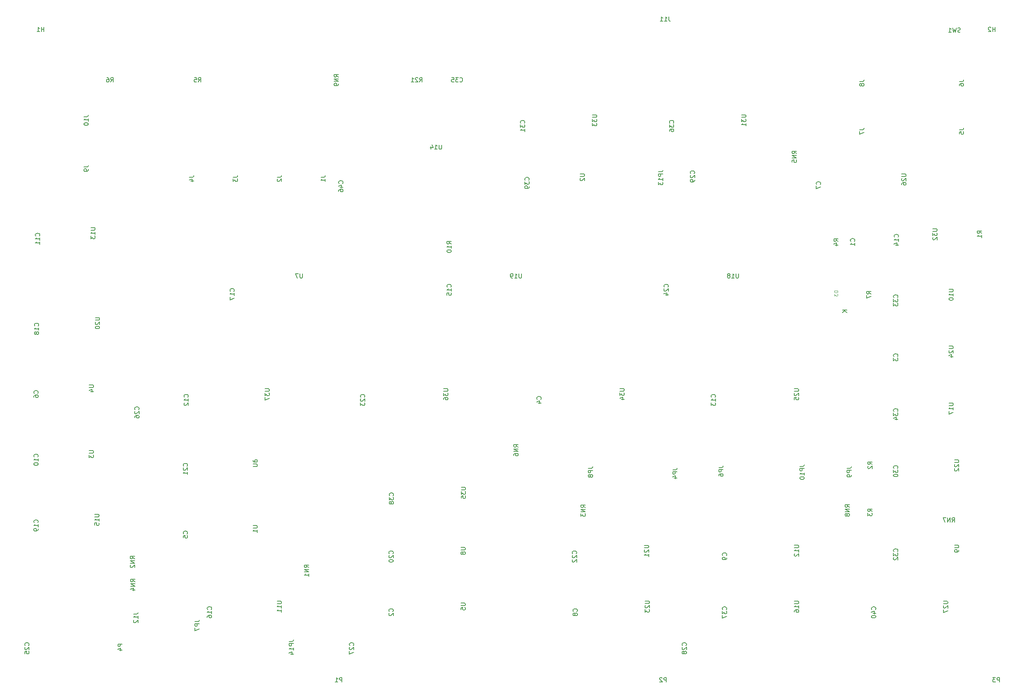
<source format=gbr>
%TF.GenerationSoftware,KiCad,Pcbnew,(6.0.11)*%
%TF.CreationDate,2023-05-28T18:52:27-04:00*%
%TF.ProjectId,processor.Z80,70726f63-6573-4736-9f72-2e5a38302e6b,rev?*%
%TF.SameCoordinates,Original*%
%TF.FileFunction,Legend,Bot*%
%TF.FilePolarity,Positive*%
%FSLAX46Y46*%
G04 Gerber Fmt 4.6, Leading zero omitted, Abs format (unit mm)*
G04 Created by KiCad (PCBNEW (6.0.11)) date 2023-05-28 18:52:27*
%MOMM*%
%LPD*%
G01*
G04 APERTURE LIST*
%ADD10C,0.150000*%
%ADD11C,0.120000*%
G04 APERTURE END LIST*
D10*
%TO.C,P1*%
X112738095Y-226452380D02*
X112738095Y-225452380D01*
X112357142Y-225452380D01*
X112261904Y-225500000D01*
X112214285Y-225547619D01*
X112166666Y-225642857D01*
X112166666Y-225785714D01*
X112214285Y-225880952D01*
X112261904Y-225928571D01*
X112357142Y-225976190D01*
X112738095Y-225976190D01*
X111214285Y-226452380D02*
X111785714Y-226452380D01*
X111500000Y-226452380D02*
X111500000Y-225452380D01*
X111595238Y-225595238D01*
X111690476Y-225690476D01*
X111785714Y-225738095D01*
%TO.C,C2*%
X124357142Y-210333333D02*
X124404761Y-210285714D01*
X124452380Y-210142857D01*
X124452380Y-210047619D01*
X124404761Y-209904761D01*
X124309523Y-209809523D01*
X124214285Y-209761904D01*
X124023809Y-209714285D01*
X123880952Y-209714285D01*
X123690476Y-209761904D01*
X123595238Y-209809523D01*
X123500000Y-209904761D01*
X123452380Y-210047619D01*
X123452380Y-210142857D01*
X123500000Y-210285714D01*
X123547619Y-210333333D01*
X123547619Y-210714285D02*
X123500000Y-210761904D01*
X123452380Y-210857142D01*
X123452380Y-211095238D01*
X123500000Y-211190476D01*
X123547619Y-211238095D01*
X123642857Y-211285714D01*
X123738095Y-211285714D01*
X123880952Y-211238095D01*
X124452380Y-210666666D01*
X124452380Y-211285714D01*
%TO.C,C3*%
X239482142Y-152133333D02*
X239529761Y-152085714D01*
X239577380Y-151942857D01*
X239577380Y-151847619D01*
X239529761Y-151704761D01*
X239434523Y-151609523D01*
X239339285Y-151561904D01*
X239148809Y-151514285D01*
X239005952Y-151514285D01*
X238815476Y-151561904D01*
X238720238Y-151609523D01*
X238625000Y-151704761D01*
X238577380Y-151847619D01*
X238577380Y-151942857D01*
X238625000Y-152085714D01*
X238672619Y-152133333D01*
X238577380Y-152466666D02*
X238577380Y-153085714D01*
X238958333Y-152752380D01*
X238958333Y-152895238D01*
X239005952Y-152990476D01*
X239053571Y-153038095D01*
X239148809Y-153085714D01*
X239386904Y-153085714D01*
X239482142Y-153038095D01*
X239529761Y-152990476D01*
X239577380Y-152895238D01*
X239577380Y-152609523D01*
X239529761Y-152514285D01*
X239482142Y-152466666D01*
%TO.C,C4*%
X158107142Y-161883333D02*
X158154761Y-161835714D01*
X158202380Y-161692857D01*
X158202380Y-161597619D01*
X158154761Y-161454761D01*
X158059523Y-161359523D01*
X157964285Y-161311904D01*
X157773809Y-161264285D01*
X157630952Y-161264285D01*
X157440476Y-161311904D01*
X157345238Y-161359523D01*
X157250000Y-161454761D01*
X157202380Y-161597619D01*
X157202380Y-161692857D01*
X157250000Y-161835714D01*
X157297619Y-161883333D01*
X157535714Y-162740476D02*
X158202380Y-162740476D01*
X157154761Y-162502380D02*
X157869047Y-162264285D01*
X157869047Y-162883333D01*
%TO.C,C5*%
X77432142Y-192633333D02*
X77479761Y-192585714D01*
X77527380Y-192442857D01*
X77527380Y-192347619D01*
X77479761Y-192204761D01*
X77384523Y-192109523D01*
X77289285Y-192061904D01*
X77098809Y-192014285D01*
X76955952Y-192014285D01*
X76765476Y-192061904D01*
X76670238Y-192109523D01*
X76575000Y-192204761D01*
X76527380Y-192347619D01*
X76527380Y-192442857D01*
X76575000Y-192585714D01*
X76622619Y-192633333D01*
X76527380Y-193538095D02*
X76527380Y-193061904D01*
X77003571Y-193014285D01*
X76955952Y-193061904D01*
X76908333Y-193157142D01*
X76908333Y-193395238D01*
X76955952Y-193490476D01*
X77003571Y-193538095D01*
X77098809Y-193585714D01*
X77336904Y-193585714D01*
X77432142Y-193538095D01*
X77479761Y-193490476D01*
X77527380Y-193395238D01*
X77527380Y-193157142D01*
X77479761Y-193061904D01*
X77432142Y-193014285D01*
%TO.C,C6*%
X43357142Y-160533333D02*
X43404761Y-160485714D01*
X43452380Y-160342857D01*
X43452380Y-160247619D01*
X43404761Y-160104761D01*
X43309523Y-160009523D01*
X43214285Y-159961904D01*
X43023809Y-159914285D01*
X42880952Y-159914285D01*
X42690476Y-159961904D01*
X42595238Y-160009523D01*
X42500000Y-160104761D01*
X42452380Y-160247619D01*
X42452380Y-160342857D01*
X42500000Y-160485714D01*
X42547619Y-160533333D01*
X42452380Y-161390476D02*
X42452380Y-161200000D01*
X42500000Y-161104761D01*
X42547619Y-161057142D01*
X42690476Y-160961904D01*
X42880952Y-160914285D01*
X43261904Y-160914285D01*
X43357142Y-160961904D01*
X43404761Y-161009523D01*
X43452380Y-161104761D01*
X43452380Y-161295238D01*
X43404761Y-161390476D01*
X43357142Y-161438095D01*
X43261904Y-161485714D01*
X43023809Y-161485714D01*
X42928571Y-161438095D01*
X42880952Y-161390476D01*
X42833333Y-161295238D01*
X42833333Y-161104761D01*
X42880952Y-161009523D01*
X42928571Y-160961904D01*
X43023809Y-160914285D01*
%TO.C,C8*%
X166357142Y-210333333D02*
X166404761Y-210285714D01*
X166452380Y-210142857D01*
X166452380Y-210047619D01*
X166404761Y-209904761D01*
X166309523Y-209809523D01*
X166214285Y-209761904D01*
X166023809Y-209714285D01*
X165880952Y-209714285D01*
X165690476Y-209761904D01*
X165595238Y-209809523D01*
X165500000Y-209904761D01*
X165452380Y-210047619D01*
X165452380Y-210142857D01*
X165500000Y-210285714D01*
X165547619Y-210333333D01*
X165880952Y-210904761D02*
X165833333Y-210809523D01*
X165785714Y-210761904D01*
X165690476Y-210714285D01*
X165642857Y-210714285D01*
X165547619Y-210761904D01*
X165500000Y-210809523D01*
X165452380Y-210904761D01*
X165452380Y-211095238D01*
X165500000Y-211190476D01*
X165547619Y-211238095D01*
X165642857Y-211285714D01*
X165690476Y-211285714D01*
X165785714Y-211238095D01*
X165833333Y-211190476D01*
X165880952Y-211095238D01*
X165880952Y-210904761D01*
X165928571Y-210809523D01*
X165976190Y-210761904D01*
X166071428Y-210714285D01*
X166261904Y-210714285D01*
X166357142Y-210761904D01*
X166404761Y-210809523D01*
X166452380Y-210904761D01*
X166452380Y-211095238D01*
X166404761Y-211190476D01*
X166357142Y-211238095D01*
X166261904Y-211285714D01*
X166071428Y-211285714D01*
X165976190Y-211238095D01*
X165928571Y-211190476D01*
X165880952Y-211095238D01*
%TO.C,C9*%
X200432142Y-197583333D02*
X200479761Y-197535714D01*
X200527380Y-197392857D01*
X200527380Y-197297619D01*
X200479761Y-197154761D01*
X200384523Y-197059523D01*
X200289285Y-197011904D01*
X200098809Y-196964285D01*
X199955952Y-196964285D01*
X199765476Y-197011904D01*
X199670238Y-197059523D01*
X199575000Y-197154761D01*
X199527380Y-197297619D01*
X199527380Y-197392857D01*
X199575000Y-197535714D01*
X199622619Y-197583333D01*
X200527380Y-198059523D02*
X200527380Y-198250000D01*
X200479761Y-198345238D01*
X200432142Y-198392857D01*
X200289285Y-198488095D01*
X200098809Y-198535714D01*
X199717857Y-198535714D01*
X199622619Y-198488095D01*
X199575000Y-198440476D01*
X199527380Y-198345238D01*
X199527380Y-198154761D01*
X199575000Y-198059523D01*
X199622619Y-198011904D01*
X199717857Y-197964285D01*
X199955952Y-197964285D01*
X200051190Y-198011904D01*
X200098809Y-198059523D01*
X200146428Y-198154761D01*
X200146428Y-198345238D01*
X200098809Y-198440476D01*
X200051190Y-198488095D01*
X199955952Y-198535714D01*
%TO.C,C10*%
X43357142Y-175057142D02*
X43404761Y-175009523D01*
X43452380Y-174866666D01*
X43452380Y-174771428D01*
X43404761Y-174628571D01*
X43309523Y-174533333D01*
X43214285Y-174485714D01*
X43023809Y-174438095D01*
X42880952Y-174438095D01*
X42690476Y-174485714D01*
X42595238Y-174533333D01*
X42500000Y-174628571D01*
X42452380Y-174771428D01*
X42452380Y-174866666D01*
X42500000Y-175009523D01*
X42547619Y-175057142D01*
X43452380Y-176009523D02*
X43452380Y-175438095D01*
X43452380Y-175723809D02*
X42452380Y-175723809D01*
X42595238Y-175628571D01*
X42690476Y-175533333D01*
X42738095Y-175438095D01*
X42452380Y-176628571D02*
X42452380Y-176723809D01*
X42500000Y-176819047D01*
X42547619Y-176866666D01*
X42642857Y-176914285D01*
X42833333Y-176961904D01*
X43071428Y-176961904D01*
X43261904Y-176914285D01*
X43357142Y-176866666D01*
X43404761Y-176819047D01*
X43452380Y-176723809D01*
X43452380Y-176628571D01*
X43404761Y-176533333D01*
X43357142Y-176485714D01*
X43261904Y-176438095D01*
X43071428Y-176390476D01*
X42833333Y-176390476D01*
X42642857Y-176438095D01*
X42547619Y-176485714D01*
X42500000Y-176533333D01*
X42452380Y-176628571D01*
%TO.C,C11*%
X43732142Y-124607142D02*
X43779761Y-124559523D01*
X43827380Y-124416666D01*
X43827380Y-124321428D01*
X43779761Y-124178571D01*
X43684523Y-124083333D01*
X43589285Y-124035714D01*
X43398809Y-123988095D01*
X43255952Y-123988095D01*
X43065476Y-124035714D01*
X42970238Y-124083333D01*
X42875000Y-124178571D01*
X42827380Y-124321428D01*
X42827380Y-124416666D01*
X42875000Y-124559523D01*
X42922619Y-124607142D01*
X43827380Y-125559523D02*
X43827380Y-124988095D01*
X43827380Y-125273809D02*
X42827380Y-125273809D01*
X42970238Y-125178571D01*
X43065476Y-125083333D01*
X43113095Y-124988095D01*
X43827380Y-126511904D02*
X43827380Y-125940476D01*
X43827380Y-126226190D02*
X42827380Y-126226190D01*
X42970238Y-126130952D01*
X43065476Y-126035714D01*
X43113095Y-125940476D01*
%TO.C,C14*%
X239607142Y-124857142D02*
X239654761Y-124809523D01*
X239702380Y-124666666D01*
X239702380Y-124571428D01*
X239654761Y-124428571D01*
X239559523Y-124333333D01*
X239464285Y-124285714D01*
X239273809Y-124238095D01*
X239130952Y-124238095D01*
X238940476Y-124285714D01*
X238845238Y-124333333D01*
X238750000Y-124428571D01*
X238702380Y-124571428D01*
X238702380Y-124666666D01*
X238750000Y-124809523D01*
X238797619Y-124857142D01*
X239702380Y-125809523D02*
X239702380Y-125238095D01*
X239702380Y-125523809D02*
X238702380Y-125523809D01*
X238845238Y-125428571D01*
X238940476Y-125333333D01*
X238988095Y-125238095D01*
X239035714Y-126666666D02*
X239702380Y-126666666D01*
X238654761Y-126428571D02*
X239369047Y-126190476D01*
X239369047Y-126809523D01*
%TO.C,C15*%
X137607142Y-136257142D02*
X137654761Y-136209523D01*
X137702380Y-136066666D01*
X137702380Y-135971428D01*
X137654761Y-135828571D01*
X137559523Y-135733333D01*
X137464285Y-135685714D01*
X137273809Y-135638095D01*
X137130952Y-135638095D01*
X136940476Y-135685714D01*
X136845238Y-135733333D01*
X136750000Y-135828571D01*
X136702380Y-135971428D01*
X136702380Y-136066666D01*
X136750000Y-136209523D01*
X136797619Y-136257142D01*
X137702380Y-137209523D02*
X137702380Y-136638095D01*
X137702380Y-136923809D02*
X136702380Y-136923809D01*
X136845238Y-136828571D01*
X136940476Y-136733333D01*
X136988095Y-136638095D01*
X136702380Y-138114285D02*
X136702380Y-137638095D01*
X137178571Y-137590476D01*
X137130952Y-137638095D01*
X137083333Y-137733333D01*
X137083333Y-137971428D01*
X137130952Y-138066666D01*
X137178571Y-138114285D01*
X137273809Y-138161904D01*
X137511904Y-138161904D01*
X137607142Y-138114285D01*
X137654761Y-138066666D01*
X137702380Y-137971428D01*
X137702380Y-137733333D01*
X137654761Y-137638095D01*
X137607142Y-137590476D01*
%TO.C,C25*%
X41286742Y-218107142D02*
X41334361Y-218059523D01*
X41381980Y-217916666D01*
X41381980Y-217821428D01*
X41334361Y-217678571D01*
X41239123Y-217583333D01*
X41143885Y-217535714D01*
X40953409Y-217488095D01*
X40810552Y-217488095D01*
X40620076Y-217535714D01*
X40524838Y-217583333D01*
X40429600Y-217678571D01*
X40381980Y-217821428D01*
X40381980Y-217916666D01*
X40429600Y-218059523D01*
X40477219Y-218107142D01*
X40477219Y-218488095D02*
X40429600Y-218535714D01*
X40381980Y-218630952D01*
X40381980Y-218869047D01*
X40429600Y-218964285D01*
X40477219Y-219011904D01*
X40572457Y-219059523D01*
X40667695Y-219059523D01*
X40810552Y-219011904D01*
X41381980Y-218440476D01*
X41381980Y-219059523D01*
X40381980Y-219964285D02*
X40381980Y-219488095D01*
X40858171Y-219440476D01*
X40810552Y-219488095D01*
X40762933Y-219583333D01*
X40762933Y-219821428D01*
X40810552Y-219916666D01*
X40858171Y-219964285D01*
X40953409Y-220011904D01*
X41191504Y-220011904D01*
X41286742Y-219964285D01*
X41334361Y-219916666D01*
X41381980Y-219821428D01*
X41381980Y-219583333D01*
X41334361Y-219488095D01*
X41286742Y-219440476D01*
%TO.C,C26*%
X66377042Y-164257142D02*
X66424661Y-164209523D01*
X66472280Y-164066666D01*
X66472280Y-163971428D01*
X66424661Y-163828571D01*
X66329423Y-163733333D01*
X66234185Y-163685714D01*
X66043709Y-163638095D01*
X65900852Y-163638095D01*
X65710376Y-163685714D01*
X65615138Y-163733333D01*
X65519900Y-163828571D01*
X65472280Y-163971428D01*
X65472280Y-164066666D01*
X65519900Y-164209523D01*
X65567519Y-164257142D01*
X65567519Y-164638095D02*
X65519900Y-164685714D01*
X65472280Y-164780952D01*
X65472280Y-165019047D01*
X65519900Y-165114285D01*
X65567519Y-165161904D01*
X65662757Y-165209523D01*
X65757995Y-165209523D01*
X65900852Y-165161904D01*
X66472280Y-164590476D01*
X66472280Y-165209523D01*
X65472280Y-166066666D02*
X65472280Y-165876190D01*
X65519900Y-165780952D01*
X65567519Y-165733333D01*
X65710376Y-165638095D01*
X65900852Y-165590476D01*
X66281804Y-165590476D01*
X66377042Y-165638095D01*
X66424661Y-165685714D01*
X66472280Y-165780952D01*
X66472280Y-165971428D01*
X66424661Y-166066666D01*
X66377042Y-166114285D01*
X66281804Y-166161904D01*
X66043709Y-166161904D01*
X65948471Y-166114285D01*
X65900852Y-166066666D01*
X65853233Y-165971428D01*
X65853233Y-165780952D01*
X65900852Y-165685714D01*
X65948471Y-165638095D01*
X66043709Y-165590476D01*
%TO.C,C17*%
X88107142Y-137247142D02*
X88154761Y-137199523D01*
X88202380Y-137056666D01*
X88202380Y-136961428D01*
X88154761Y-136818571D01*
X88059523Y-136723333D01*
X87964285Y-136675714D01*
X87773809Y-136628095D01*
X87630952Y-136628095D01*
X87440476Y-136675714D01*
X87345238Y-136723333D01*
X87250000Y-136818571D01*
X87202380Y-136961428D01*
X87202380Y-137056666D01*
X87250000Y-137199523D01*
X87297619Y-137247142D01*
X88202380Y-138199523D02*
X88202380Y-137628095D01*
X88202380Y-137913809D02*
X87202380Y-137913809D01*
X87345238Y-137818571D01*
X87440476Y-137723333D01*
X87488095Y-137628095D01*
X87202380Y-138532857D02*
X87202380Y-139199523D01*
X88202380Y-138770952D01*
%TO.C,C20*%
X124357142Y-197157142D02*
X124404761Y-197109523D01*
X124452380Y-196966666D01*
X124452380Y-196871428D01*
X124404761Y-196728571D01*
X124309523Y-196633333D01*
X124214285Y-196585714D01*
X124023809Y-196538095D01*
X123880952Y-196538095D01*
X123690476Y-196585714D01*
X123595238Y-196633333D01*
X123500000Y-196728571D01*
X123452380Y-196871428D01*
X123452380Y-196966666D01*
X123500000Y-197109523D01*
X123547619Y-197157142D01*
X123547619Y-197538095D02*
X123500000Y-197585714D01*
X123452380Y-197680952D01*
X123452380Y-197919047D01*
X123500000Y-198014285D01*
X123547619Y-198061904D01*
X123642857Y-198109523D01*
X123738095Y-198109523D01*
X123880952Y-198061904D01*
X124452380Y-197490476D01*
X124452380Y-198109523D01*
X123452380Y-198728571D02*
X123452380Y-198823809D01*
X123500000Y-198919047D01*
X123547619Y-198966666D01*
X123642857Y-199014285D01*
X123833333Y-199061904D01*
X124071428Y-199061904D01*
X124261904Y-199014285D01*
X124357142Y-198966666D01*
X124404761Y-198919047D01*
X124452380Y-198823809D01*
X124452380Y-198728571D01*
X124404761Y-198633333D01*
X124357142Y-198585714D01*
X124261904Y-198538095D01*
X124071428Y-198490476D01*
X123833333Y-198490476D01*
X123642857Y-198538095D01*
X123547619Y-198585714D01*
X123500000Y-198633333D01*
X123452380Y-198728571D01*
%TO.C,C21*%
X77432142Y-177157142D02*
X77479761Y-177109523D01*
X77527380Y-176966666D01*
X77527380Y-176871428D01*
X77479761Y-176728571D01*
X77384523Y-176633333D01*
X77289285Y-176585714D01*
X77098809Y-176538095D01*
X76955952Y-176538095D01*
X76765476Y-176585714D01*
X76670238Y-176633333D01*
X76575000Y-176728571D01*
X76527380Y-176871428D01*
X76527380Y-176966666D01*
X76575000Y-177109523D01*
X76622619Y-177157142D01*
X76622619Y-177538095D02*
X76575000Y-177585714D01*
X76527380Y-177680952D01*
X76527380Y-177919047D01*
X76575000Y-178014285D01*
X76622619Y-178061904D01*
X76717857Y-178109523D01*
X76813095Y-178109523D01*
X76955952Y-178061904D01*
X77527380Y-177490476D01*
X77527380Y-178109523D01*
X77527380Y-179061904D02*
X77527380Y-178490476D01*
X77527380Y-178776190D02*
X76527380Y-178776190D01*
X76670238Y-178680952D01*
X76765476Y-178585714D01*
X76813095Y-178490476D01*
%TO.C,C22*%
X166182142Y-197157142D02*
X166229761Y-197109523D01*
X166277380Y-196966666D01*
X166277380Y-196871428D01*
X166229761Y-196728571D01*
X166134523Y-196633333D01*
X166039285Y-196585714D01*
X165848809Y-196538095D01*
X165705952Y-196538095D01*
X165515476Y-196585714D01*
X165420238Y-196633333D01*
X165325000Y-196728571D01*
X165277380Y-196871428D01*
X165277380Y-196966666D01*
X165325000Y-197109523D01*
X165372619Y-197157142D01*
X165372619Y-197538095D02*
X165325000Y-197585714D01*
X165277380Y-197680952D01*
X165277380Y-197919047D01*
X165325000Y-198014285D01*
X165372619Y-198061904D01*
X165467857Y-198109523D01*
X165563095Y-198109523D01*
X165705952Y-198061904D01*
X166277380Y-197490476D01*
X166277380Y-198109523D01*
X165372619Y-198490476D02*
X165325000Y-198538095D01*
X165277380Y-198633333D01*
X165277380Y-198871428D01*
X165325000Y-198966666D01*
X165372619Y-199014285D01*
X165467857Y-199061904D01*
X165563095Y-199061904D01*
X165705952Y-199014285D01*
X166277380Y-198442857D01*
X166277380Y-199061904D01*
%TO.C,C23*%
X117857142Y-161407142D02*
X117904761Y-161359523D01*
X117952380Y-161216666D01*
X117952380Y-161121428D01*
X117904761Y-160978571D01*
X117809523Y-160883333D01*
X117714285Y-160835714D01*
X117523809Y-160788095D01*
X117380952Y-160788095D01*
X117190476Y-160835714D01*
X117095238Y-160883333D01*
X117000000Y-160978571D01*
X116952380Y-161121428D01*
X116952380Y-161216666D01*
X117000000Y-161359523D01*
X117047619Y-161407142D01*
X117047619Y-161788095D02*
X117000000Y-161835714D01*
X116952380Y-161930952D01*
X116952380Y-162169047D01*
X117000000Y-162264285D01*
X117047619Y-162311904D01*
X117142857Y-162359523D01*
X117238095Y-162359523D01*
X117380952Y-162311904D01*
X117952380Y-161740476D01*
X117952380Y-162359523D01*
X116952380Y-162692857D02*
X116952380Y-163311904D01*
X117333333Y-162978571D01*
X117333333Y-163121428D01*
X117380952Y-163216666D01*
X117428571Y-163264285D01*
X117523809Y-163311904D01*
X117761904Y-163311904D01*
X117857142Y-163264285D01*
X117904761Y-163216666D01*
X117952380Y-163121428D01*
X117952380Y-162835714D01*
X117904761Y-162740476D01*
X117857142Y-162692857D01*
%TO.C,C27*%
X115357142Y-218107142D02*
X115404761Y-218059523D01*
X115452380Y-217916666D01*
X115452380Y-217821428D01*
X115404761Y-217678571D01*
X115309523Y-217583333D01*
X115214285Y-217535714D01*
X115023809Y-217488095D01*
X114880952Y-217488095D01*
X114690476Y-217535714D01*
X114595238Y-217583333D01*
X114500000Y-217678571D01*
X114452380Y-217821428D01*
X114452380Y-217916666D01*
X114500000Y-218059523D01*
X114547619Y-218107142D01*
X114547619Y-218488095D02*
X114500000Y-218535714D01*
X114452380Y-218630952D01*
X114452380Y-218869047D01*
X114500000Y-218964285D01*
X114547619Y-219011904D01*
X114642857Y-219059523D01*
X114738095Y-219059523D01*
X114880952Y-219011904D01*
X115452380Y-218440476D01*
X115452380Y-219059523D01*
X114452380Y-219392857D02*
X114452380Y-220059523D01*
X115452380Y-219630952D01*
%TO.C,C28*%
X191241842Y-218107142D02*
X191289461Y-218059523D01*
X191337080Y-217916666D01*
X191337080Y-217821428D01*
X191289461Y-217678571D01*
X191194223Y-217583333D01*
X191098985Y-217535714D01*
X190908509Y-217488095D01*
X190765652Y-217488095D01*
X190575176Y-217535714D01*
X190479938Y-217583333D01*
X190384700Y-217678571D01*
X190337080Y-217821428D01*
X190337080Y-217916666D01*
X190384700Y-218059523D01*
X190432319Y-218107142D01*
X190432319Y-218488095D02*
X190384700Y-218535714D01*
X190337080Y-218630952D01*
X190337080Y-218869047D01*
X190384700Y-218964285D01*
X190432319Y-219011904D01*
X190527557Y-219059523D01*
X190622795Y-219059523D01*
X190765652Y-219011904D01*
X191337080Y-218440476D01*
X191337080Y-219059523D01*
X190765652Y-219630952D02*
X190718033Y-219535714D01*
X190670414Y-219488095D01*
X190575176Y-219440476D01*
X190527557Y-219440476D01*
X190432319Y-219488095D01*
X190384700Y-219535714D01*
X190337080Y-219630952D01*
X190337080Y-219821428D01*
X190384700Y-219916666D01*
X190432319Y-219964285D01*
X190527557Y-220011904D01*
X190575176Y-220011904D01*
X190670414Y-219964285D01*
X190718033Y-219916666D01*
X190765652Y-219821428D01*
X190765652Y-219630952D01*
X190813271Y-219535714D01*
X190860890Y-219488095D01*
X190956128Y-219440476D01*
X191146604Y-219440476D01*
X191241842Y-219488095D01*
X191289461Y-219535714D01*
X191337080Y-219630952D01*
X191337080Y-219821428D01*
X191289461Y-219916666D01*
X191241842Y-219964285D01*
X191146604Y-220011904D01*
X190956128Y-220011904D01*
X190860890Y-219964285D01*
X190813271Y-219916666D01*
X190765652Y-219821428D01*
%TO.C,C29*%
X193107154Y-110357142D02*
X193154773Y-110309523D01*
X193202392Y-110166666D01*
X193202392Y-110071428D01*
X193154773Y-109928571D01*
X193059535Y-109833333D01*
X192964297Y-109785714D01*
X192773821Y-109738095D01*
X192630964Y-109738095D01*
X192440488Y-109785714D01*
X192345250Y-109833333D01*
X192250012Y-109928571D01*
X192202392Y-110071428D01*
X192202392Y-110166666D01*
X192250012Y-110309523D01*
X192297631Y-110357142D01*
X192297631Y-110738095D02*
X192250012Y-110785714D01*
X192202392Y-110880952D01*
X192202392Y-111119047D01*
X192250012Y-111214285D01*
X192297631Y-111261904D01*
X192392869Y-111309523D01*
X192488107Y-111309523D01*
X192630964Y-111261904D01*
X193202392Y-110690476D01*
X193202392Y-111309523D01*
X193202392Y-111785714D02*
X193202392Y-111976190D01*
X193154773Y-112071428D01*
X193107154Y-112119047D01*
X192964297Y-112214285D01*
X192773821Y-112261904D01*
X192392869Y-112261904D01*
X192297631Y-112214285D01*
X192250012Y-112166666D01*
X192202392Y-112071428D01*
X192202392Y-111880952D01*
X192250012Y-111785714D01*
X192297631Y-111738095D01*
X192392869Y-111690476D01*
X192630964Y-111690476D01*
X192726202Y-111738095D01*
X192773821Y-111785714D01*
X192821440Y-111880952D01*
X192821440Y-112071428D01*
X192773821Y-112166666D01*
X192726202Y-112214285D01*
X192630964Y-112261904D01*
%TO.C,R5*%
X79976666Y-89452380D02*
X80310000Y-88976190D01*
X80548095Y-89452380D02*
X80548095Y-88452380D01*
X80167142Y-88452380D01*
X80071904Y-88500000D01*
X80024285Y-88547619D01*
X79976666Y-88642857D01*
X79976666Y-88785714D01*
X80024285Y-88880952D01*
X80071904Y-88928571D01*
X80167142Y-88976190D01*
X80548095Y-88976190D01*
X79071904Y-88452380D02*
X79548095Y-88452380D01*
X79595714Y-88928571D01*
X79548095Y-88880952D01*
X79452857Y-88833333D01*
X79214761Y-88833333D01*
X79119523Y-88880952D01*
X79071904Y-88928571D01*
X79024285Y-89023809D01*
X79024285Y-89261904D01*
X79071904Y-89357142D01*
X79119523Y-89404761D01*
X79214761Y-89452380D01*
X79452857Y-89452380D01*
X79548095Y-89404761D01*
X79595714Y-89357142D01*
%TO.C,R6*%
X59976666Y-89452380D02*
X60310000Y-88976190D01*
X60548095Y-89452380D02*
X60548095Y-88452380D01*
X60167142Y-88452380D01*
X60071904Y-88500000D01*
X60024285Y-88547619D01*
X59976666Y-88642857D01*
X59976666Y-88785714D01*
X60024285Y-88880952D01*
X60071904Y-88928571D01*
X60167142Y-88976190D01*
X60548095Y-88976190D01*
X59119523Y-88452380D02*
X59310000Y-88452380D01*
X59405238Y-88500000D01*
X59452857Y-88547619D01*
X59548095Y-88690476D01*
X59595714Y-88880952D01*
X59595714Y-89261904D01*
X59548095Y-89357142D01*
X59500476Y-89404761D01*
X59405238Y-89452380D01*
X59214761Y-89452380D01*
X59119523Y-89404761D01*
X59071904Y-89357142D01*
X59024285Y-89261904D01*
X59024285Y-89023809D01*
X59071904Y-88928571D01*
X59119523Y-88880952D01*
X59214761Y-88833333D01*
X59405238Y-88833333D01*
X59500476Y-88880952D01*
X59548095Y-88928571D01*
X59595714Y-89023809D01*
%TO.C,RN2*%
X65452380Y-198309523D02*
X64976190Y-197976190D01*
X65452380Y-197738095D02*
X64452380Y-197738095D01*
X64452380Y-198119047D01*
X64500000Y-198214285D01*
X64547619Y-198261904D01*
X64642857Y-198309523D01*
X64785714Y-198309523D01*
X64880952Y-198261904D01*
X64928571Y-198214285D01*
X64976190Y-198119047D01*
X64976190Y-197738095D01*
X65452380Y-198738095D02*
X64452380Y-198738095D01*
X65452380Y-199309523D01*
X64452380Y-199309523D01*
X64547619Y-199738095D02*
X64500000Y-199785714D01*
X64452380Y-199880952D01*
X64452380Y-200119047D01*
X64500000Y-200214285D01*
X64547619Y-200261904D01*
X64642857Y-200309523D01*
X64738095Y-200309523D01*
X64880952Y-200261904D01*
X65452380Y-199690476D01*
X65452380Y-200309523D01*
%TO.C,U4*%
X55072380Y-158628095D02*
X55881904Y-158628095D01*
X55977142Y-158675714D01*
X56024761Y-158723333D01*
X56072380Y-158818571D01*
X56072380Y-159009047D01*
X56024761Y-159104285D01*
X55977142Y-159151904D01*
X55881904Y-159199523D01*
X55072380Y-159199523D01*
X55405714Y-160104285D02*
X56072380Y-160104285D01*
X55024761Y-159866190D02*
X55739047Y-159628095D01*
X55739047Y-160247142D01*
%TO.C,U5*%
X139882380Y-208428095D02*
X140691904Y-208428095D01*
X140787142Y-208475714D01*
X140834761Y-208523333D01*
X140882380Y-208618571D01*
X140882380Y-208809047D01*
X140834761Y-208904285D01*
X140787142Y-208951904D01*
X140691904Y-208999523D01*
X139882380Y-208999523D01*
X139882380Y-209951904D02*
X139882380Y-209475714D01*
X140358571Y-209428095D01*
X140310952Y-209475714D01*
X140263333Y-209570952D01*
X140263333Y-209809047D01*
X140310952Y-209904285D01*
X140358571Y-209951904D01*
X140453809Y-209999523D01*
X140691904Y-209999523D01*
X140787142Y-209951904D01*
X140834761Y-209904285D01*
X140882380Y-209809047D01*
X140882380Y-209570952D01*
X140834761Y-209475714D01*
X140787142Y-209428095D01*
%TO.C,U6*%
X92457380Y-177251904D02*
X93266904Y-177251904D01*
X93362142Y-177204285D01*
X93409761Y-177156666D01*
X93457380Y-177061428D01*
X93457380Y-176870952D01*
X93409761Y-176775714D01*
X93362142Y-176728095D01*
X93266904Y-176680476D01*
X92457380Y-176680476D01*
X92457380Y-175775714D02*
X92457380Y-175966190D01*
X92505000Y-176061428D01*
X92552619Y-176109047D01*
X92695476Y-176204285D01*
X92885952Y-176251904D01*
X93266904Y-176251904D01*
X93362142Y-176204285D01*
X93409761Y-176156666D01*
X93457380Y-176061428D01*
X93457380Y-175870952D01*
X93409761Y-175775714D01*
X93362142Y-175728095D01*
X93266904Y-175680476D01*
X93028809Y-175680476D01*
X92933571Y-175728095D01*
X92885952Y-175775714D01*
X92838333Y-175870952D01*
X92838333Y-176061428D01*
X92885952Y-176156666D01*
X92933571Y-176204285D01*
X93028809Y-176251904D01*
%TO.C,U8*%
X139882380Y-195728095D02*
X140691904Y-195728095D01*
X140787142Y-195775714D01*
X140834761Y-195823333D01*
X140882380Y-195918571D01*
X140882380Y-196109047D01*
X140834761Y-196204285D01*
X140787142Y-196251904D01*
X140691904Y-196299523D01*
X139882380Y-196299523D01*
X140310952Y-196918571D02*
X140263333Y-196823333D01*
X140215714Y-196775714D01*
X140120476Y-196728095D01*
X140072857Y-196728095D01*
X139977619Y-196775714D01*
X139930000Y-196823333D01*
X139882380Y-196918571D01*
X139882380Y-197109047D01*
X139930000Y-197204285D01*
X139977619Y-197251904D01*
X140072857Y-197299523D01*
X140120476Y-197299523D01*
X140215714Y-197251904D01*
X140263333Y-197204285D01*
X140310952Y-197109047D01*
X140310952Y-196918571D01*
X140358571Y-196823333D01*
X140406190Y-196775714D01*
X140501428Y-196728095D01*
X140691904Y-196728095D01*
X140787142Y-196775714D01*
X140834761Y-196823333D01*
X140882380Y-196918571D01*
X140882380Y-197109047D01*
X140834761Y-197204285D01*
X140787142Y-197251904D01*
X140691904Y-197299523D01*
X140501428Y-197299523D01*
X140406190Y-197251904D01*
X140358571Y-197204285D01*
X140310952Y-197109047D01*
%TO.C,U15*%
X56342380Y-188151904D02*
X57151904Y-188151904D01*
X57247142Y-188199523D01*
X57294761Y-188247142D01*
X57342380Y-188342380D01*
X57342380Y-188532857D01*
X57294761Y-188628095D01*
X57247142Y-188675714D01*
X57151904Y-188723333D01*
X56342380Y-188723333D01*
X57342380Y-189723333D02*
X57342380Y-189151904D01*
X57342380Y-189437619D02*
X56342380Y-189437619D01*
X56485238Y-189342380D01*
X56580476Y-189247142D01*
X56628095Y-189151904D01*
X56342380Y-190628095D02*
X56342380Y-190151904D01*
X56818571Y-190104285D01*
X56770952Y-190151904D01*
X56723333Y-190247142D01*
X56723333Y-190485238D01*
X56770952Y-190580476D01*
X56818571Y-190628095D01*
X56913809Y-190675714D01*
X57151904Y-190675714D01*
X57247142Y-190628095D01*
X57294761Y-190580476D01*
X57342380Y-190485238D01*
X57342380Y-190247142D01*
X57294761Y-190151904D01*
X57247142Y-190104285D01*
%TO.C,U1*%
X92457380Y-190728095D02*
X93266904Y-190728095D01*
X93362142Y-190775714D01*
X93409761Y-190823333D01*
X93457380Y-190918571D01*
X93457380Y-191109047D01*
X93409761Y-191204285D01*
X93362142Y-191251904D01*
X93266904Y-191299523D01*
X92457380Y-191299523D01*
X93457380Y-192299523D02*
X93457380Y-191728095D01*
X93457380Y-192013809D02*
X92457380Y-192013809D01*
X92600238Y-191918571D01*
X92695476Y-191823333D01*
X92743095Y-191728095D01*
%TO.C,P2*%
X186738095Y-226452380D02*
X186738095Y-225452380D01*
X186357142Y-225452380D01*
X186261904Y-225500000D01*
X186214285Y-225547619D01*
X186166666Y-225642857D01*
X186166666Y-225785714D01*
X186214285Y-225880952D01*
X186261904Y-225928571D01*
X186357142Y-225976190D01*
X186738095Y-225976190D01*
X185785714Y-225547619D02*
X185738095Y-225500000D01*
X185642857Y-225452380D01*
X185404761Y-225452380D01*
X185309523Y-225500000D01*
X185261904Y-225547619D01*
X185214285Y-225642857D01*
X185214285Y-225738095D01*
X185261904Y-225880952D01*
X185833333Y-226452380D01*
X185214285Y-226452380D01*
%TO.C,H2*%
X261761904Y-77952380D02*
X261761904Y-76952380D01*
X261761904Y-77428571D02*
X261190476Y-77428571D01*
X261190476Y-77952380D02*
X261190476Y-76952380D01*
X260761904Y-77047619D02*
X260714285Y-77000000D01*
X260619047Y-76952380D01*
X260380952Y-76952380D01*
X260285714Y-77000000D01*
X260238095Y-77047619D01*
X260190476Y-77142857D01*
X260190476Y-77238095D01*
X260238095Y-77380952D01*
X260809523Y-77952380D01*
X260190476Y-77952380D01*
%TO.C,RN1*%
X105177380Y-200309523D02*
X104701190Y-199976190D01*
X105177380Y-199738095D02*
X104177380Y-199738095D01*
X104177380Y-200119047D01*
X104225000Y-200214285D01*
X104272619Y-200261904D01*
X104367857Y-200309523D01*
X104510714Y-200309523D01*
X104605952Y-200261904D01*
X104653571Y-200214285D01*
X104701190Y-200119047D01*
X104701190Y-199738095D01*
X105177380Y-200738095D02*
X104177380Y-200738095D01*
X105177380Y-201309523D01*
X104177380Y-201309523D01*
X105177380Y-202309523D02*
X105177380Y-201738095D01*
X105177380Y-202023809D02*
X104177380Y-202023809D01*
X104320238Y-201928571D01*
X104415476Y-201833333D01*
X104463095Y-201738095D01*
%TO.C,U11*%
X97957380Y-207976904D02*
X98766904Y-207976904D01*
X98862142Y-208024523D01*
X98909761Y-208072142D01*
X98957380Y-208167380D01*
X98957380Y-208357857D01*
X98909761Y-208453095D01*
X98862142Y-208500714D01*
X98766904Y-208548333D01*
X97957380Y-208548333D01*
X98957380Y-209548333D02*
X98957380Y-208976904D01*
X98957380Y-209262619D02*
X97957380Y-209262619D01*
X98100238Y-209167380D01*
X98195476Y-209072142D01*
X98243095Y-208976904D01*
X98957380Y-210500714D02*
X98957380Y-209929285D01*
X98957380Y-210215000D02*
X97957380Y-210215000D01*
X98100238Y-210119761D01*
X98195476Y-210024523D01*
X98243095Y-209929285D01*
%TO.C,U16*%
X215957380Y-208001904D02*
X216766904Y-208001904D01*
X216862142Y-208049523D01*
X216909761Y-208097142D01*
X216957380Y-208192380D01*
X216957380Y-208382857D01*
X216909761Y-208478095D01*
X216862142Y-208525714D01*
X216766904Y-208573333D01*
X215957380Y-208573333D01*
X216957380Y-209573333D02*
X216957380Y-209001904D01*
X216957380Y-209287619D02*
X215957380Y-209287619D01*
X216100238Y-209192380D01*
X216195476Y-209097142D01*
X216243095Y-209001904D01*
X215957380Y-210430476D02*
X215957380Y-210240000D01*
X216005000Y-210144761D01*
X216052619Y-210097142D01*
X216195476Y-210001904D01*
X216385952Y-209954285D01*
X216766904Y-209954285D01*
X216862142Y-210001904D01*
X216909761Y-210049523D01*
X216957380Y-210144761D01*
X216957380Y-210335238D01*
X216909761Y-210430476D01*
X216862142Y-210478095D01*
X216766904Y-210525714D01*
X216528809Y-210525714D01*
X216433571Y-210478095D01*
X216385952Y-210430476D01*
X216338333Y-210335238D01*
X216338333Y-210144761D01*
X216385952Y-210049523D01*
X216433571Y-210001904D01*
X216528809Y-209954285D01*
%TO.C,J3*%
X87952380Y-111166666D02*
X88666666Y-111166666D01*
X88809523Y-111119047D01*
X88904761Y-111023809D01*
X88952380Y-110880952D01*
X88952380Y-110785714D01*
X87952380Y-111547619D02*
X87952380Y-112166666D01*
X88333333Y-111833333D01*
X88333333Y-111976190D01*
X88380952Y-112071428D01*
X88428571Y-112119047D01*
X88523809Y-112166666D01*
X88761904Y-112166666D01*
X88857142Y-112119047D01*
X88904761Y-112071428D01*
X88952380Y-111976190D01*
X88952380Y-111690476D01*
X88904761Y-111595238D01*
X88857142Y-111547619D01*
%TO.C,J1*%
X107952380Y-111166666D02*
X108666666Y-111166666D01*
X108809523Y-111119047D01*
X108904761Y-111023809D01*
X108952380Y-110880952D01*
X108952380Y-110785714D01*
X108952380Y-112166666D02*
X108952380Y-111595238D01*
X108952380Y-111880952D02*
X107952380Y-111880952D01*
X108095238Y-111785714D01*
X108190476Y-111690476D01*
X108238095Y-111595238D01*
%TO.C,C19*%
X43357142Y-190057142D02*
X43404761Y-190009523D01*
X43452380Y-189866666D01*
X43452380Y-189771428D01*
X43404761Y-189628571D01*
X43309523Y-189533333D01*
X43214285Y-189485714D01*
X43023809Y-189438095D01*
X42880952Y-189438095D01*
X42690476Y-189485714D01*
X42595238Y-189533333D01*
X42500000Y-189628571D01*
X42452380Y-189771428D01*
X42452380Y-189866666D01*
X42500000Y-190009523D01*
X42547619Y-190057142D01*
X43452380Y-191009523D02*
X43452380Y-190438095D01*
X43452380Y-190723809D02*
X42452380Y-190723809D01*
X42595238Y-190628571D01*
X42690476Y-190533333D01*
X42738095Y-190438095D01*
X43452380Y-191485714D02*
X43452380Y-191676190D01*
X43404761Y-191771428D01*
X43357142Y-191819047D01*
X43214285Y-191914285D01*
X43023809Y-191961904D01*
X42642857Y-191961904D01*
X42547619Y-191914285D01*
X42500000Y-191866666D01*
X42452380Y-191771428D01*
X42452380Y-191580952D01*
X42500000Y-191485714D01*
X42547619Y-191438095D01*
X42642857Y-191390476D01*
X42880952Y-191390476D01*
X42976190Y-191438095D01*
X43023809Y-191485714D01*
X43071428Y-191580952D01*
X43071428Y-191771428D01*
X43023809Y-191866666D01*
X42976190Y-191914285D01*
X42880952Y-191961904D01*
%TO.C,C18*%
X43482142Y-145157142D02*
X43529761Y-145109523D01*
X43577380Y-144966666D01*
X43577380Y-144871428D01*
X43529761Y-144728571D01*
X43434523Y-144633333D01*
X43339285Y-144585714D01*
X43148809Y-144538095D01*
X43005952Y-144538095D01*
X42815476Y-144585714D01*
X42720238Y-144633333D01*
X42625000Y-144728571D01*
X42577380Y-144871428D01*
X42577380Y-144966666D01*
X42625000Y-145109523D01*
X42672619Y-145157142D01*
X43577380Y-146109523D02*
X43577380Y-145538095D01*
X43577380Y-145823809D02*
X42577380Y-145823809D01*
X42720238Y-145728571D01*
X42815476Y-145633333D01*
X42863095Y-145538095D01*
X43005952Y-146680952D02*
X42958333Y-146585714D01*
X42910714Y-146538095D01*
X42815476Y-146490476D01*
X42767857Y-146490476D01*
X42672619Y-146538095D01*
X42625000Y-146585714D01*
X42577380Y-146680952D01*
X42577380Y-146871428D01*
X42625000Y-146966666D01*
X42672619Y-147014285D01*
X42767857Y-147061904D01*
X42815476Y-147061904D01*
X42910714Y-147014285D01*
X42958333Y-146966666D01*
X43005952Y-146871428D01*
X43005952Y-146680952D01*
X43053571Y-146585714D01*
X43101190Y-146538095D01*
X43196428Y-146490476D01*
X43386904Y-146490476D01*
X43482142Y-146538095D01*
X43529761Y-146585714D01*
X43577380Y-146680952D01*
X43577380Y-146871428D01*
X43529761Y-146966666D01*
X43482142Y-147014285D01*
X43386904Y-147061904D01*
X43196428Y-147061904D01*
X43101190Y-147014285D01*
X43053571Y-146966666D01*
X43005952Y-146871428D01*
%TO.C,C12*%
X77607142Y-161407142D02*
X77654761Y-161359523D01*
X77702380Y-161216666D01*
X77702380Y-161121428D01*
X77654761Y-160978571D01*
X77559523Y-160883333D01*
X77464285Y-160835714D01*
X77273809Y-160788095D01*
X77130952Y-160788095D01*
X76940476Y-160835714D01*
X76845238Y-160883333D01*
X76750000Y-160978571D01*
X76702380Y-161121428D01*
X76702380Y-161216666D01*
X76750000Y-161359523D01*
X76797619Y-161407142D01*
X77702380Y-162359523D02*
X77702380Y-161788095D01*
X77702380Y-162073809D02*
X76702380Y-162073809D01*
X76845238Y-161978571D01*
X76940476Y-161883333D01*
X76988095Y-161788095D01*
X76797619Y-162740476D02*
X76750000Y-162788095D01*
X76702380Y-162883333D01*
X76702380Y-163121428D01*
X76750000Y-163216666D01*
X76797619Y-163264285D01*
X76892857Y-163311904D01*
X76988095Y-163311904D01*
X77130952Y-163264285D01*
X77702380Y-162692857D01*
X77702380Y-163311904D01*
%TO.C,C16*%
X82932142Y-209882142D02*
X82979761Y-209834523D01*
X83027380Y-209691666D01*
X83027380Y-209596428D01*
X82979761Y-209453571D01*
X82884523Y-209358333D01*
X82789285Y-209310714D01*
X82598809Y-209263095D01*
X82455952Y-209263095D01*
X82265476Y-209310714D01*
X82170238Y-209358333D01*
X82075000Y-209453571D01*
X82027380Y-209596428D01*
X82027380Y-209691666D01*
X82075000Y-209834523D01*
X82122619Y-209882142D01*
X83027380Y-210834523D02*
X83027380Y-210263095D01*
X83027380Y-210548809D02*
X82027380Y-210548809D01*
X82170238Y-210453571D01*
X82265476Y-210358333D01*
X82313095Y-210263095D01*
X82027380Y-211691666D02*
X82027380Y-211501190D01*
X82075000Y-211405952D01*
X82122619Y-211358333D01*
X82265476Y-211263095D01*
X82455952Y-211215476D01*
X82836904Y-211215476D01*
X82932142Y-211263095D01*
X82979761Y-211310714D01*
X83027380Y-211405952D01*
X83027380Y-211596428D01*
X82979761Y-211691666D01*
X82932142Y-211739285D01*
X82836904Y-211786904D01*
X82598809Y-211786904D01*
X82503571Y-211739285D01*
X82455952Y-211691666D01*
X82408333Y-211596428D01*
X82408333Y-211405952D01*
X82455952Y-211310714D01*
X82503571Y-211263095D01*
X82598809Y-211215476D01*
%TO.C,U3*%
X55072380Y-173628095D02*
X55881904Y-173628095D01*
X55977142Y-173675714D01*
X56024761Y-173723333D01*
X56072380Y-173818571D01*
X56072380Y-174009047D01*
X56024761Y-174104285D01*
X55977142Y-174151904D01*
X55881904Y-174199523D01*
X55072380Y-174199523D01*
X55072380Y-174580476D02*
X55072380Y-175199523D01*
X55453333Y-174866190D01*
X55453333Y-175009047D01*
X55500952Y-175104285D01*
X55548571Y-175151904D01*
X55643809Y-175199523D01*
X55881904Y-175199523D01*
X55977142Y-175151904D01*
X56024761Y-175104285D01*
X56072380Y-175009047D01*
X56072380Y-174723333D01*
X56024761Y-174628095D01*
X55977142Y-174580476D01*
%TO.C,H1*%
X44761904Y-77952380D02*
X44761904Y-76952380D01*
X44761904Y-77428571D02*
X44190476Y-77428571D01*
X44190476Y-77952380D02*
X44190476Y-76952380D01*
X43190476Y-77952380D02*
X43761904Y-77952380D01*
X43476190Y-77952380D02*
X43476190Y-76952380D01*
X43571428Y-77095238D01*
X43666666Y-77190476D01*
X43761904Y-77238095D01*
%TO.C,P3*%
X262738095Y-226452380D02*
X262738095Y-225452380D01*
X262357142Y-225452380D01*
X262261904Y-225500000D01*
X262214285Y-225547619D01*
X262166666Y-225642857D01*
X262166666Y-225785714D01*
X262214285Y-225880952D01*
X262261904Y-225928571D01*
X262357142Y-225976190D01*
X262738095Y-225976190D01*
X261833333Y-225452380D02*
X261214285Y-225452380D01*
X261547619Y-225833333D01*
X261404761Y-225833333D01*
X261309523Y-225880952D01*
X261261904Y-225928571D01*
X261214285Y-226023809D01*
X261214285Y-226261904D01*
X261261904Y-226357142D01*
X261309523Y-226404761D01*
X261404761Y-226452380D01*
X261690476Y-226452380D01*
X261785714Y-226404761D01*
X261833333Y-226357142D01*
%TO.C,U13*%
X55447380Y-122701904D02*
X56256904Y-122701904D01*
X56352142Y-122749523D01*
X56399761Y-122797142D01*
X56447380Y-122892380D01*
X56447380Y-123082857D01*
X56399761Y-123178095D01*
X56352142Y-123225714D01*
X56256904Y-123273333D01*
X55447380Y-123273333D01*
X56447380Y-124273333D02*
X56447380Y-123701904D01*
X56447380Y-123987619D02*
X55447380Y-123987619D01*
X55590238Y-123892380D01*
X55685476Y-123797142D01*
X55733095Y-123701904D01*
X55447380Y-124606666D02*
X55447380Y-125225714D01*
X55828333Y-124892380D01*
X55828333Y-125035238D01*
X55875952Y-125130476D01*
X55923571Y-125178095D01*
X56018809Y-125225714D01*
X56256904Y-125225714D01*
X56352142Y-125178095D01*
X56399761Y-125130476D01*
X56447380Y-125035238D01*
X56447380Y-124749523D01*
X56399761Y-124654285D01*
X56352142Y-124606666D01*
%TO.C,C36*%
X188357142Y-98857142D02*
X188404761Y-98809523D01*
X188452380Y-98666666D01*
X188452380Y-98571428D01*
X188404761Y-98428571D01*
X188309523Y-98333333D01*
X188214285Y-98285714D01*
X188023809Y-98238095D01*
X187880952Y-98238095D01*
X187690476Y-98285714D01*
X187595238Y-98333333D01*
X187500000Y-98428571D01*
X187452380Y-98571428D01*
X187452380Y-98666666D01*
X187500000Y-98809523D01*
X187547619Y-98857142D01*
X187452380Y-99190476D02*
X187452380Y-99809523D01*
X187833333Y-99476190D01*
X187833333Y-99619047D01*
X187880952Y-99714285D01*
X187928571Y-99761904D01*
X188023809Y-99809523D01*
X188261904Y-99809523D01*
X188357142Y-99761904D01*
X188404761Y-99714285D01*
X188452380Y-99619047D01*
X188452380Y-99333333D01*
X188404761Y-99238095D01*
X188357142Y-99190476D01*
X187452380Y-100666666D02*
X187452380Y-100476190D01*
X187500000Y-100380952D01*
X187547619Y-100333333D01*
X187690476Y-100238095D01*
X187880952Y-100190476D01*
X188261904Y-100190476D01*
X188357142Y-100238095D01*
X188404761Y-100285714D01*
X188452380Y-100380952D01*
X188452380Y-100571428D01*
X188404761Y-100666666D01*
X188357142Y-100714285D01*
X188261904Y-100761904D01*
X188023809Y-100761904D01*
X187928571Y-100714285D01*
X187880952Y-100666666D01*
X187833333Y-100571428D01*
X187833333Y-100380952D01*
X187880952Y-100285714D01*
X187928571Y-100238095D01*
X188023809Y-100190476D01*
%TO.C,C38*%
X124432142Y-183907142D02*
X124479761Y-183859523D01*
X124527380Y-183716666D01*
X124527380Y-183621428D01*
X124479761Y-183478571D01*
X124384523Y-183383333D01*
X124289285Y-183335714D01*
X124098809Y-183288095D01*
X123955952Y-183288095D01*
X123765476Y-183335714D01*
X123670238Y-183383333D01*
X123575000Y-183478571D01*
X123527380Y-183621428D01*
X123527380Y-183716666D01*
X123575000Y-183859523D01*
X123622619Y-183907142D01*
X123527380Y-184240476D02*
X123527380Y-184859523D01*
X123908333Y-184526190D01*
X123908333Y-184669047D01*
X123955952Y-184764285D01*
X124003571Y-184811904D01*
X124098809Y-184859523D01*
X124336904Y-184859523D01*
X124432142Y-184811904D01*
X124479761Y-184764285D01*
X124527380Y-184669047D01*
X124527380Y-184383333D01*
X124479761Y-184288095D01*
X124432142Y-184240476D01*
X123955952Y-185430952D02*
X123908333Y-185335714D01*
X123860714Y-185288095D01*
X123765476Y-185240476D01*
X123717857Y-185240476D01*
X123622619Y-185288095D01*
X123575000Y-185335714D01*
X123527380Y-185430952D01*
X123527380Y-185621428D01*
X123575000Y-185716666D01*
X123622619Y-185764285D01*
X123717857Y-185811904D01*
X123765476Y-185811904D01*
X123860714Y-185764285D01*
X123908333Y-185716666D01*
X123955952Y-185621428D01*
X123955952Y-185430952D01*
X124003571Y-185335714D01*
X124051190Y-185288095D01*
X124146428Y-185240476D01*
X124336904Y-185240476D01*
X124432142Y-185288095D01*
X124479761Y-185335714D01*
X124527380Y-185430952D01*
X124527380Y-185621428D01*
X124479761Y-185716666D01*
X124432142Y-185764285D01*
X124336904Y-185811904D01*
X124146428Y-185811904D01*
X124051190Y-185764285D01*
X124003571Y-185716666D01*
X123955952Y-185621428D01*
%TO.C,C46*%
X112902042Y-112607142D02*
X112949661Y-112559523D01*
X112997280Y-112416666D01*
X112997280Y-112321428D01*
X112949661Y-112178571D01*
X112854423Y-112083333D01*
X112759185Y-112035714D01*
X112568709Y-111988095D01*
X112425852Y-111988095D01*
X112235376Y-112035714D01*
X112140138Y-112083333D01*
X112044900Y-112178571D01*
X111997280Y-112321428D01*
X111997280Y-112416666D01*
X112044900Y-112559523D01*
X112092519Y-112607142D01*
X112330614Y-113464285D02*
X112997280Y-113464285D01*
X111949661Y-113226190D02*
X112663947Y-112988095D01*
X112663947Y-113607142D01*
X111997280Y-114416666D02*
X111997280Y-114226190D01*
X112044900Y-114130952D01*
X112092519Y-114083333D01*
X112235376Y-113988095D01*
X112425852Y-113940476D01*
X112806804Y-113940476D01*
X112902042Y-113988095D01*
X112949661Y-114035714D01*
X112997280Y-114130952D01*
X112997280Y-114321428D01*
X112949661Y-114416666D01*
X112902042Y-114464285D01*
X112806804Y-114511904D01*
X112568709Y-114511904D01*
X112473471Y-114464285D01*
X112425852Y-114416666D01*
X112378233Y-114321428D01*
X112378233Y-114130952D01*
X112425852Y-114035714D01*
X112473471Y-113988095D01*
X112568709Y-113940476D01*
%TO.C,JP4*%
X188202380Y-177966666D02*
X188916666Y-177966666D01*
X189059523Y-177919047D01*
X189154761Y-177823809D01*
X189202380Y-177680952D01*
X189202380Y-177585714D01*
X189202380Y-178442857D02*
X188202380Y-178442857D01*
X188202380Y-178823809D01*
X188250000Y-178919047D01*
X188297619Y-178966666D01*
X188392857Y-179014285D01*
X188535714Y-179014285D01*
X188630952Y-178966666D01*
X188678571Y-178919047D01*
X188726190Y-178823809D01*
X188726190Y-178442857D01*
X188535714Y-179871428D02*
X189202380Y-179871428D01*
X188154761Y-179633333D02*
X188869047Y-179395238D01*
X188869047Y-180014285D01*
%TO.C,R21*%
X130452857Y-89452380D02*
X130786190Y-88976190D01*
X131024285Y-89452380D02*
X131024285Y-88452380D01*
X130643333Y-88452380D01*
X130548095Y-88500000D01*
X130500476Y-88547619D01*
X130452857Y-88642857D01*
X130452857Y-88785714D01*
X130500476Y-88880952D01*
X130548095Y-88928571D01*
X130643333Y-88976190D01*
X131024285Y-88976190D01*
X130071904Y-88547619D02*
X130024285Y-88500000D01*
X129929047Y-88452380D01*
X129690952Y-88452380D01*
X129595714Y-88500000D01*
X129548095Y-88547619D01*
X129500476Y-88642857D01*
X129500476Y-88738095D01*
X129548095Y-88880952D01*
X130119523Y-89452380D01*
X129500476Y-89452380D01*
X128548095Y-89452380D02*
X129119523Y-89452380D01*
X128833809Y-89452380D02*
X128833809Y-88452380D01*
X128929047Y-88595238D01*
X129024285Y-88690476D01*
X129119523Y-88738095D01*
%TO.C,RN3*%
X168277380Y-186609523D02*
X167801190Y-186276190D01*
X168277380Y-186038095D02*
X167277380Y-186038095D01*
X167277380Y-186419047D01*
X167325000Y-186514285D01*
X167372619Y-186561904D01*
X167467857Y-186609523D01*
X167610714Y-186609523D01*
X167705952Y-186561904D01*
X167753571Y-186514285D01*
X167801190Y-186419047D01*
X167801190Y-186038095D01*
X168277380Y-187038095D02*
X167277380Y-187038095D01*
X168277380Y-187609523D01*
X167277380Y-187609523D01*
X167277380Y-187990476D02*
X167277380Y-188609523D01*
X167658333Y-188276190D01*
X167658333Y-188419047D01*
X167705952Y-188514285D01*
X167753571Y-188561904D01*
X167848809Y-188609523D01*
X168086904Y-188609523D01*
X168182142Y-188561904D01*
X168229761Y-188514285D01*
X168277380Y-188419047D01*
X168277380Y-188133333D01*
X168229761Y-188038095D01*
X168182142Y-187990476D01*
%TO.C,U17*%
X251197380Y-162751904D02*
X252006904Y-162751904D01*
X252102142Y-162799523D01*
X252149761Y-162847142D01*
X252197380Y-162942380D01*
X252197380Y-163132857D01*
X252149761Y-163228095D01*
X252102142Y-163275714D01*
X252006904Y-163323333D01*
X251197380Y-163323333D01*
X252197380Y-164323333D02*
X252197380Y-163751904D01*
X252197380Y-164037619D02*
X251197380Y-164037619D01*
X251340238Y-163942380D01*
X251435476Y-163847142D01*
X251483095Y-163751904D01*
X251197380Y-164656666D02*
X251197380Y-165323333D01*
X252197380Y-164894761D01*
%TO.C,U19*%
X153718095Y-133202380D02*
X153718095Y-134011904D01*
X153670476Y-134107142D01*
X153622857Y-134154761D01*
X153527619Y-134202380D01*
X153337142Y-134202380D01*
X153241904Y-134154761D01*
X153194285Y-134107142D01*
X153146666Y-134011904D01*
X153146666Y-133202380D01*
X152146666Y-134202380D02*
X152718095Y-134202380D01*
X152432380Y-134202380D02*
X152432380Y-133202380D01*
X152527619Y-133345238D01*
X152622857Y-133440476D01*
X152718095Y-133488095D01*
X151670476Y-134202380D02*
X151480000Y-134202380D01*
X151384761Y-134154761D01*
X151337142Y-134107142D01*
X151241904Y-133964285D01*
X151194285Y-133773809D01*
X151194285Y-133392857D01*
X151241904Y-133297619D01*
X151289523Y-133250000D01*
X151384761Y-133202380D01*
X151575238Y-133202380D01*
X151670476Y-133250000D01*
X151718095Y-133297619D01*
X151765714Y-133392857D01*
X151765714Y-133630952D01*
X151718095Y-133726190D01*
X151670476Y-133773809D01*
X151575238Y-133821428D01*
X151384761Y-133821428D01*
X151289523Y-133773809D01*
X151241904Y-133726190D01*
X151194285Y-133630952D01*
%TO.C,U21*%
X181707380Y-195251904D02*
X182516904Y-195251904D01*
X182612142Y-195299523D01*
X182659761Y-195347142D01*
X182707380Y-195442380D01*
X182707380Y-195632857D01*
X182659761Y-195728095D01*
X182612142Y-195775714D01*
X182516904Y-195823333D01*
X181707380Y-195823333D01*
X181802619Y-196251904D02*
X181755000Y-196299523D01*
X181707380Y-196394761D01*
X181707380Y-196632857D01*
X181755000Y-196728095D01*
X181802619Y-196775714D01*
X181897857Y-196823333D01*
X181993095Y-196823333D01*
X182135952Y-196775714D01*
X182707380Y-196204285D01*
X182707380Y-196823333D01*
X182707380Y-197775714D02*
X182707380Y-197204285D01*
X182707380Y-197490000D02*
X181707380Y-197490000D01*
X181850238Y-197394761D01*
X181945476Y-197299523D01*
X181993095Y-197204285D01*
%TO.C,U7*%
X103741904Y-133192380D02*
X103741904Y-134001904D01*
X103694285Y-134097142D01*
X103646666Y-134144761D01*
X103551428Y-134192380D01*
X103360952Y-134192380D01*
X103265714Y-134144761D01*
X103218095Y-134097142D01*
X103170476Y-134001904D01*
X103170476Y-133192380D01*
X102789523Y-133192380D02*
X102122857Y-133192380D01*
X102551428Y-134192380D01*
%TO.C,J4*%
X77952380Y-111166666D02*
X78666666Y-111166666D01*
X78809523Y-111119047D01*
X78904761Y-111023809D01*
X78952380Y-110880952D01*
X78952380Y-110785714D01*
X78285714Y-112071428D02*
X78952380Y-112071428D01*
X77904761Y-111833333D02*
X78619047Y-111595238D01*
X78619047Y-112214285D01*
%TO.C,J2*%
X97952380Y-111166666D02*
X98666666Y-111166666D01*
X98809523Y-111119047D01*
X98904761Y-111023809D01*
X98952380Y-110880952D01*
X98952380Y-110785714D01*
X98047619Y-111595238D02*
X98000000Y-111642857D01*
X97952380Y-111738095D01*
X97952380Y-111976190D01*
X98000000Y-112071428D01*
X98047619Y-112119047D01*
X98142857Y-112166666D01*
X98238095Y-112166666D01*
X98380952Y-112119047D01*
X98952380Y-111547619D01*
X98952380Y-112166666D01*
%TO.C,C1*%
X229652042Y-125833333D02*
X229699661Y-125785714D01*
X229747280Y-125642857D01*
X229747280Y-125547619D01*
X229699661Y-125404761D01*
X229604423Y-125309523D01*
X229509185Y-125261904D01*
X229318709Y-125214285D01*
X229175852Y-125214285D01*
X228985376Y-125261904D01*
X228890138Y-125309523D01*
X228794900Y-125404761D01*
X228747280Y-125547619D01*
X228747280Y-125642857D01*
X228794900Y-125785714D01*
X228842519Y-125833333D01*
X229747280Y-126785714D02*
X229747280Y-126214285D01*
X229747280Y-126500000D02*
X228747280Y-126500000D01*
X228890138Y-126404761D01*
X228985376Y-126309523D01*
X229032995Y-126214285D01*
%TO.C,J5*%
X253572380Y-100356666D02*
X254286666Y-100356666D01*
X254429523Y-100309047D01*
X254524761Y-100213809D01*
X254572380Y-100070952D01*
X254572380Y-99975714D01*
X253572380Y-101309047D02*
X253572380Y-100832857D01*
X254048571Y-100785238D01*
X254000952Y-100832857D01*
X253953333Y-100928095D01*
X253953333Y-101166190D01*
X254000952Y-101261428D01*
X254048571Y-101309047D01*
X254143809Y-101356666D01*
X254381904Y-101356666D01*
X254477142Y-101309047D01*
X254524761Y-101261428D01*
X254572380Y-101166190D01*
X254572380Y-100928095D01*
X254524761Y-100832857D01*
X254477142Y-100785238D01*
%TO.C,J6*%
X253572380Y-89356666D02*
X254286666Y-89356666D01*
X254429523Y-89309047D01*
X254524761Y-89213809D01*
X254572380Y-89070952D01*
X254572380Y-88975714D01*
X253572380Y-90261428D02*
X253572380Y-90070952D01*
X253620000Y-89975714D01*
X253667619Y-89928095D01*
X253810476Y-89832857D01*
X254000952Y-89785238D01*
X254381904Y-89785238D01*
X254477142Y-89832857D01*
X254524761Y-89880476D01*
X254572380Y-89975714D01*
X254572380Y-90166190D01*
X254524761Y-90261428D01*
X254477142Y-90309047D01*
X254381904Y-90356666D01*
X254143809Y-90356666D01*
X254048571Y-90309047D01*
X254000952Y-90261428D01*
X253953333Y-90166190D01*
X253953333Y-89975714D01*
X254000952Y-89880476D01*
X254048571Y-89832857D01*
X254143809Y-89785238D01*
%TO.C,J7*%
X230842380Y-100356666D02*
X231556666Y-100356666D01*
X231699523Y-100309047D01*
X231794761Y-100213809D01*
X231842380Y-100070952D01*
X231842380Y-99975714D01*
X230842380Y-100737619D02*
X230842380Y-101404285D01*
X231842380Y-100975714D01*
%TO.C,J8*%
X230842380Y-89356666D02*
X231556666Y-89356666D01*
X231699523Y-89309047D01*
X231794761Y-89213809D01*
X231842380Y-89070952D01*
X231842380Y-88975714D01*
X231270952Y-89975714D02*
X231223333Y-89880476D01*
X231175714Y-89832857D01*
X231080476Y-89785238D01*
X231032857Y-89785238D01*
X230937619Y-89832857D01*
X230890000Y-89880476D01*
X230842380Y-89975714D01*
X230842380Y-90166190D01*
X230890000Y-90261428D01*
X230937619Y-90309047D01*
X231032857Y-90356666D01*
X231080476Y-90356666D01*
X231175714Y-90309047D01*
X231223333Y-90261428D01*
X231270952Y-90166190D01*
X231270952Y-89975714D01*
X231318571Y-89880476D01*
X231366190Y-89832857D01*
X231461428Y-89785238D01*
X231651904Y-89785238D01*
X231747142Y-89832857D01*
X231794761Y-89880476D01*
X231842380Y-89975714D01*
X231842380Y-90166190D01*
X231794761Y-90261428D01*
X231747142Y-90309047D01*
X231651904Y-90356666D01*
X231461428Y-90356666D01*
X231366190Y-90309047D01*
X231318571Y-90261428D01*
X231270952Y-90166190D01*
%TO.C,U24*%
X251197380Y-149751904D02*
X252006904Y-149751904D01*
X252102142Y-149799523D01*
X252149761Y-149847142D01*
X252197380Y-149942380D01*
X252197380Y-150132857D01*
X252149761Y-150228095D01*
X252102142Y-150275714D01*
X252006904Y-150323333D01*
X251197380Y-150323333D01*
X251292619Y-150751904D02*
X251245000Y-150799523D01*
X251197380Y-150894761D01*
X251197380Y-151132857D01*
X251245000Y-151228095D01*
X251292619Y-151275714D01*
X251387857Y-151323333D01*
X251483095Y-151323333D01*
X251625952Y-151275714D01*
X252197380Y-150704285D01*
X252197380Y-151323333D01*
X251530714Y-152180476D02*
X252197380Y-152180476D01*
X251149761Y-151942380D02*
X251864047Y-151704285D01*
X251864047Y-152323333D01*
%TO.C,JP7*%
X79202380Y-212666666D02*
X79916666Y-212666666D01*
X80059523Y-212619047D01*
X80154761Y-212523809D01*
X80202380Y-212380952D01*
X80202380Y-212285714D01*
X80202380Y-213142857D02*
X79202380Y-213142857D01*
X79202380Y-213523809D01*
X79250000Y-213619047D01*
X79297619Y-213666666D01*
X79392857Y-213714285D01*
X79535714Y-213714285D01*
X79630952Y-213666666D01*
X79678571Y-213619047D01*
X79726190Y-213523809D01*
X79726190Y-213142857D01*
X79202380Y-214047619D02*
X79202380Y-214714285D01*
X80202380Y-214285714D01*
%TO.C,RN4*%
X65527380Y-203559523D02*
X65051190Y-203226190D01*
X65527380Y-202988095D02*
X64527380Y-202988095D01*
X64527380Y-203369047D01*
X64575000Y-203464285D01*
X64622619Y-203511904D01*
X64717857Y-203559523D01*
X64860714Y-203559523D01*
X64955952Y-203511904D01*
X65003571Y-203464285D01*
X65051190Y-203369047D01*
X65051190Y-202988095D01*
X65527380Y-203988095D02*
X64527380Y-203988095D01*
X65527380Y-204559523D01*
X64527380Y-204559523D01*
X64860714Y-205464285D02*
X65527380Y-205464285D01*
X64479761Y-205226190D02*
X65194047Y-204988095D01*
X65194047Y-205607142D01*
%TO.C,J11*%
X187309523Y-74569880D02*
X187309523Y-75284166D01*
X187357142Y-75427023D01*
X187452380Y-75522261D01*
X187595238Y-75569880D01*
X187690476Y-75569880D01*
X186309523Y-75569880D02*
X186880952Y-75569880D01*
X186595238Y-75569880D02*
X186595238Y-74569880D01*
X186690476Y-74712738D01*
X186785714Y-74807976D01*
X186880952Y-74855595D01*
X185357142Y-75569880D02*
X185928571Y-75569880D01*
X185642857Y-75569880D02*
X185642857Y-74569880D01*
X185738095Y-74712738D01*
X185833333Y-74807976D01*
X185928571Y-74855595D01*
%TO.C,R10*%
X137702380Y-126447142D02*
X137226190Y-126113809D01*
X137702380Y-125875714D02*
X136702380Y-125875714D01*
X136702380Y-126256666D01*
X136750000Y-126351904D01*
X136797619Y-126399523D01*
X136892857Y-126447142D01*
X137035714Y-126447142D01*
X137130952Y-126399523D01*
X137178571Y-126351904D01*
X137226190Y-126256666D01*
X137226190Y-125875714D01*
X137702380Y-127399523D02*
X137702380Y-126828095D01*
X137702380Y-127113809D02*
X136702380Y-127113809D01*
X136845238Y-127018571D01*
X136940476Y-126923333D01*
X136988095Y-126828095D01*
X136702380Y-128018571D02*
X136702380Y-128113809D01*
X136750000Y-128209047D01*
X136797619Y-128256666D01*
X136892857Y-128304285D01*
X137083333Y-128351904D01*
X137321428Y-128351904D01*
X137511904Y-128304285D01*
X137607142Y-128256666D01*
X137654761Y-128209047D01*
X137702380Y-128113809D01*
X137702380Y-128018571D01*
X137654761Y-127923333D01*
X137607142Y-127875714D01*
X137511904Y-127828095D01*
X137321428Y-127780476D01*
X137083333Y-127780476D01*
X136892857Y-127828095D01*
X136797619Y-127875714D01*
X136750000Y-127923333D01*
X136702380Y-128018571D01*
%TO.C,RN5*%
X216452380Y-105809523D02*
X215976190Y-105476190D01*
X216452380Y-105238095D02*
X215452380Y-105238095D01*
X215452380Y-105619047D01*
X215500000Y-105714285D01*
X215547619Y-105761904D01*
X215642857Y-105809523D01*
X215785714Y-105809523D01*
X215880952Y-105761904D01*
X215928571Y-105714285D01*
X215976190Y-105619047D01*
X215976190Y-105238095D01*
X216452380Y-106238095D02*
X215452380Y-106238095D01*
X216452380Y-106809523D01*
X215452380Y-106809523D01*
X215452380Y-107761904D02*
X215452380Y-107285714D01*
X215928571Y-107238095D01*
X215880952Y-107285714D01*
X215833333Y-107380952D01*
X215833333Y-107619047D01*
X215880952Y-107714285D01*
X215928571Y-107761904D01*
X216023809Y-107809523D01*
X216261904Y-107809523D01*
X216357142Y-107761904D01*
X216404761Y-107714285D01*
X216452380Y-107619047D01*
X216452380Y-107380952D01*
X216404761Y-107285714D01*
X216357142Y-107238095D01*
%TO.C,U31*%
X203882380Y-96951904D02*
X204691904Y-96951904D01*
X204787142Y-96999523D01*
X204834761Y-97047142D01*
X204882380Y-97142380D01*
X204882380Y-97332857D01*
X204834761Y-97428095D01*
X204787142Y-97475714D01*
X204691904Y-97523333D01*
X203882380Y-97523333D01*
X203882380Y-97904285D02*
X203882380Y-98523333D01*
X204263333Y-98190000D01*
X204263333Y-98332857D01*
X204310952Y-98428095D01*
X204358571Y-98475714D01*
X204453809Y-98523333D01*
X204691904Y-98523333D01*
X204787142Y-98475714D01*
X204834761Y-98428095D01*
X204882380Y-98332857D01*
X204882380Y-98047142D01*
X204834761Y-97951904D01*
X204787142Y-97904285D01*
X204882380Y-99475714D02*
X204882380Y-98904285D01*
X204882380Y-99190000D02*
X203882380Y-99190000D01*
X204025238Y-99094761D01*
X204120476Y-98999523D01*
X204168095Y-98904285D01*
%TO.C,JP8*%
X168952380Y-177656666D02*
X169666666Y-177656666D01*
X169809523Y-177609047D01*
X169904761Y-177513809D01*
X169952380Y-177370952D01*
X169952380Y-177275714D01*
X169952380Y-178132857D02*
X168952380Y-178132857D01*
X168952380Y-178513809D01*
X169000000Y-178609047D01*
X169047619Y-178656666D01*
X169142857Y-178704285D01*
X169285714Y-178704285D01*
X169380952Y-178656666D01*
X169428571Y-178609047D01*
X169476190Y-178513809D01*
X169476190Y-178132857D01*
X169380952Y-179275714D02*
X169333333Y-179180476D01*
X169285714Y-179132857D01*
X169190476Y-179085238D01*
X169142857Y-179085238D01*
X169047619Y-179132857D01*
X169000000Y-179180476D01*
X168952380Y-179275714D01*
X168952380Y-179466190D01*
X169000000Y-179561428D01*
X169047619Y-179609047D01*
X169142857Y-179656666D01*
X169190476Y-179656666D01*
X169285714Y-179609047D01*
X169333333Y-179561428D01*
X169380952Y-179466190D01*
X169380952Y-179275714D01*
X169428571Y-179180476D01*
X169476190Y-179132857D01*
X169571428Y-179085238D01*
X169761904Y-179085238D01*
X169857142Y-179132857D01*
X169904761Y-179180476D01*
X169952380Y-179275714D01*
X169952380Y-179466190D01*
X169904761Y-179561428D01*
X169857142Y-179609047D01*
X169761904Y-179656666D01*
X169571428Y-179656666D01*
X169476190Y-179609047D01*
X169428571Y-179561428D01*
X169380952Y-179466190D01*
%TO.C,RN6*%
X152952380Y-172809523D02*
X152476190Y-172476190D01*
X152952380Y-172238095D02*
X151952380Y-172238095D01*
X151952380Y-172619047D01*
X152000000Y-172714285D01*
X152047619Y-172761904D01*
X152142857Y-172809523D01*
X152285714Y-172809523D01*
X152380952Y-172761904D01*
X152428571Y-172714285D01*
X152476190Y-172619047D01*
X152476190Y-172238095D01*
X152952380Y-173238095D02*
X151952380Y-173238095D01*
X152952380Y-173809523D01*
X151952380Y-173809523D01*
X151952380Y-174714285D02*
X151952380Y-174523809D01*
X152000000Y-174428571D01*
X152047619Y-174380952D01*
X152190476Y-174285714D01*
X152380952Y-174238095D01*
X152761904Y-174238095D01*
X152857142Y-174285714D01*
X152904761Y-174333333D01*
X152952380Y-174428571D01*
X152952380Y-174619047D01*
X152904761Y-174714285D01*
X152857142Y-174761904D01*
X152761904Y-174809523D01*
X152523809Y-174809523D01*
X152428571Y-174761904D01*
X152380952Y-174714285D01*
X152333333Y-174619047D01*
X152333333Y-174428571D01*
X152380952Y-174333333D01*
X152428571Y-174285714D01*
X152523809Y-174238095D01*
%TO.C,U34*%
X176147380Y-159451904D02*
X176956904Y-159451904D01*
X177052142Y-159499523D01*
X177099761Y-159547142D01*
X177147380Y-159642380D01*
X177147380Y-159832857D01*
X177099761Y-159928095D01*
X177052142Y-159975714D01*
X176956904Y-160023333D01*
X176147380Y-160023333D01*
X176147380Y-160404285D02*
X176147380Y-161023333D01*
X176528333Y-160690000D01*
X176528333Y-160832857D01*
X176575952Y-160928095D01*
X176623571Y-160975714D01*
X176718809Y-161023333D01*
X176956904Y-161023333D01*
X177052142Y-160975714D01*
X177099761Y-160928095D01*
X177147380Y-160832857D01*
X177147380Y-160547142D01*
X177099761Y-160451904D01*
X177052142Y-160404285D01*
X176480714Y-161880476D02*
X177147380Y-161880476D01*
X176099761Y-161642380D02*
X176814047Y-161404285D01*
X176814047Y-162023333D01*
%TO.C,U35*%
X139957380Y-182001904D02*
X140766904Y-182001904D01*
X140862142Y-182049523D01*
X140909761Y-182097142D01*
X140957380Y-182192380D01*
X140957380Y-182382857D01*
X140909761Y-182478095D01*
X140862142Y-182525714D01*
X140766904Y-182573333D01*
X139957380Y-182573333D01*
X139957380Y-182954285D02*
X139957380Y-183573333D01*
X140338333Y-183240000D01*
X140338333Y-183382857D01*
X140385952Y-183478095D01*
X140433571Y-183525714D01*
X140528809Y-183573333D01*
X140766904Y-183573333D01*
X140862142Y-183525714D01*
X140909761Y-183478095D01*
X140957380Y-183382857D01*
X140957380Y-183097142D01*
X140909761Y-183001904D01*
X140862142Y-182954285D01*
X139957380Y-184478095D02*
X139957380Y-184001904D01*
X140433571Y-183954285D01*
X140385952Y-184001904D01*
X140338333Y-184097142D01*
X140338333Y-184335238D01*
X140385952Y-184430476D01*
X140433571Y-184478095D01*
X140528809Y-184525714D01*
X140766904Y-184525714D01*
X140862142Y-184478095D01*
X140909761Y-184430476D01*
X140957380Y-184335238D01*
X140957380Y-184097142D01*
X140909761Y-184001904D01*
X140862142Y-183954285D01*
%TO.C,U36*%
X135922380Y-159501904D02*
X136731904Y-159501904D01*
X136827142Y-159549523D01*
X136874761Y-159597142D01*
X136922380Y-159692380D01*
X136922380Y-159882857D01*
X136874761Y-159978095D01*
X136827142Y-160025714D01*
X136731904Y-160073333D01*
X135922380Y-160073333D01*
X135922380Y-160454285D02*
X135922380Y-161073333D01*
X136303333Y-160740000D01*
X136303333Y-160882857D01*
X136350952Y-160978095D01*
X136398571Y-161025714D01*
X136493809Y-161073333D01*
X136731904Y-161073333D01*
X136827142Y-161025714D01*
X136874761Y-160978095D01*
X136922380Y-160882857D01*
X136922380Y-160597142D01*
X136874761Y-160501904D01*
X136827142Y-160454285D01*
X135922380Y-161930476D02*
X135922380Y-161740000D01*
X135970000Y-161644761D01*
X136017619Y-161597142D01*
X136160476Y-161501904D01*
X136350952Y-161454285D01*
X136731904Y-161454285D01*
X136827142Y-161501904D01*
X136874761Y-161549523D01*
X136922380Y-161644761D01*
X136922380Y-161835238D01*
X136874761Y-161930476D01*
X136827142Y-161978095D01*
X136731904Y-162025714D01*
X136493809Y-162025714D01*
X136398571Y-161978095D01*
X136350952Y-161930476D01*
X136303333Y-161835238D01*
X136303333Y-161644761D01*
X136350952Y-161549523D01*
X136398571Y-161501904D01*
X136493809Y-161454285D01*
%TO.C,U33*%
X169882380Y-96951904D02*
X170691904Y-96951904D01*
X170787142Y-96999523D01*
X170834761Y-97047142D01*
X170882380Y-97142380D01*
X170882380Y-97332857D01*
X170834761Y-97428095D01*
X170787142Y-97475714D01*
X170691904Y-97523333D01*
X169882380Y-97523333D01*
X169882380Y-97904285D02*
X169882380Y-98523333D01*
X170263333Y-98190000D01*
X170263333Y-98332857D01*
X170310952Y-98428095D01*
X170358571Y-98475714D01*
X170453809Y-98523333D01*
X170691904Y-98523333D01*
X170787142Y-98475714D01*
X170834761Y-98428095D01*
X170882380Y-98332857D01*
X170882380Y-98047142D01*
X170834761Y-97951904D01*
X170787142Y-97904285D01*
X169882380Y-98856666D02*
X169882380Y-99475714D01*
X170263333Y-99142380D01*
X170263333Y-99285238D01*
X170310952Y-99380476D01*
X170358571Y-99428095D01*
X170453809Y-99475714D01*
X170691904Y-99475714D01*
X170787142Y-99428095D01*
X170834761Y-99380476D01*
X170882380Y-99285238D01*
X170882380Y-98999523D01*
X170834761Y-98904285D01*
X170787142Y-98856666D01*
%TO.C,U37*%
X95172380Y-159501904D02*
X95981904Y-159501904D01*
X96077142Y-159549523D01*
X96124761Y-159597142D01*
X96172380Y-159692380D01*
X96172380Y-159882857D01*
X96124761Y-159978095D01*
X96077142Y-160025714D01*
X95981904Y-160073333D01*
X95172380Y-160073333D01*
X95172380Y-160454285D02*
X95172380Y-161073333D01*
X95553333Y-160740000D01*
X95553333Y-160882857D01*
X95600952Y-160978095D01*
X95648571Y-161025714D01*
X95743809Y-161073333D01*
X95981904Y-161073333D01*
X96077142Y-161025714D01*
X96124761Y-160978095D01*
X96172380Y-160882857D01*
X96172380Y-160597142D01*
X96124761Y-160501904D01*
X96077142Y-160454285D01*
X95172380Y-161406666D02*
X95172380Y-162073333D01*
X96172380Y-161644761D01*
%TO.C,U20*%
X56467380Y-143251904D02*
X57276904Y-143251904D01*
X57372142Y-143299523D01*
X57419761Y-143347142D01*
X57467380Y-143442380D01*
X57467380Y-143632857D01*
X57419761Y-143728095D01*
X57372142Y-143775714D01*
X57276904Y-143823333D01*
X56467380Y-143823333D01*
X56562619Y-144251904D02*
X56515000Y-144299523D01*
X56467380Y-144394761D01*
X56467380Y-144632857D01*
X56515000Y-144728095D01*
X56562619Y-144775714D01*
X56657857Y-144823333D01*
X56753095Y-144823333D01*
X56895952Y-144775714D01*
X57467380Y-144204285D01*
X57467380Y-144823333D01*
X56467380Y-145442380D02*
X56467380Y-145537619D01*
X56515000Y-145632857D01*
X56562619Y-145680476D01*
X56657857Y-145728095D01*
X56848333Y-145775714D01*
X57086428Y-145775714D01*
X57276904Y-145728095D01*
X57372142Y-145680476D01*
X57419761Y-145632857D01*
X57467380Y-145537619D01*
X57467380Y-145442380D01*
X57419761Y-145347142D01*
X57372142Y-145299523D01*
X57276904Y-145251904D01*
X57086428Y-145204285D01*
X56848333Y-145204285D01*
X56657857Y-145251904D01*
X56562619Y-145299523D01*
X56515000Y-145347142D01*
X56467380Y-145442380D01*
%TO.C,JP9*%
X227952380Y-177651666D02*
X228666666Y-177651666D01*
X228809523Y-177604047D01*
X228904761Y-177508809D01*
X228952380Y-177365952D01*
X228952380Y-177270714D01*
X228952380Y-178127857D02*
X227952380Y-178127857D01*
X227952380Y-178508809D01*
X228000000Y-178604047D01*
X228047619Y-178651666D01*
X228142857Y-178699285D01*
X228285714Y-178699285D01*
X228380952Y-178651666D01*
X228428571Y-178604047D01*
X228476190Y-178508809D01*
X228476190Y-178127857D01*
X228952380Y-179175476D02*
X228952380Y-179365952D01*
X228904761Y-179461190D01*
X228857142Y-179508809D01*
X228714285Y-179604047D01*
X228523809Y-179651666D01*
X228142857Y-179651666D01*
X228047619Y-179604047D01*
X228000000Y-179556428D01*
X227952380Y-179461190D01*
X227952380Y-179270714D01*
X228000000Y-179175476D01*
X228047619Y-179127857D01*
X228142857Y-179080238D01*
X228380952Y-179080238D01*
X228476190Y-179127857D01*
X228523809Y-179175476D01*
X228571428Y-179270714D01*
X228571428Y-179461190D01*
X228523809Y-179556428D01*
X228476190Y-179604047D01*
X228380952Y-179651666D01*
%TO.C,C37*%
X200432142Y-209907142D02*
X200479761Y-209859523D01*
X200527380Y-209716666D01*
X200527380Y-209621428D01*
X200479761Y-209478571D01*
X200384523Y-209383333D01*
X200289285Y-209335714D01*
X200098809Y-209288095D01*
X199955952Y-209288095D01*
X199765476Y-209335714D01*
X199670238Y-209383333D01*
X199575000Y-209478571D01*
X199527380Y-209621428D01*
X199527380Y-209716666D01*
X199575000Y-209859523D01*
X199622619Y-209907142D01*
X199527380Y-210240476D02*
X199527380Y-210859523D01*
X199908333Y-210526190D01*
X199908333Y-210669047D01*
X199955952Y-210764285D01*
X200003571Y-210811904D01*
X200098809Y-210859523D01*
X200336904Y-210859523D01*
X200432142Y-210811904D01*
X200479761Y-210764285D01*
X200527380Y-210669047D01*
X200527380Y-210383333D01*
X200479761Y-210288095D01*
X200432142Y-210240476D01*
X199527380Y-211192857D02*
X199527380Y-211859523D01*
X200527380Y-211430952D01*
%TO.C,J9*%
X53882380Y-108856666D02*
X54596666Y-108856666D01*
X54739523Y-108809047D01*
X54834761Y-108713809D01*
X54882380Y-108570952D01*
X54882380Y-108475714D01*
X54882380Y-109380476D02*
X54882380Y-109570952D01*
X54834761Y-109666190D01*
X54787142Y-109713809D01*
X54644285Y-109809047D01*
X54453809Y-109856666D01*
X54072857Y-109856666D01*
X53977619Y-109809047D01*
X53930000Y-109761428D01*
X53882380Y-109666190D01*
X53882380Y-109475714D01*
X53930000Y-109380476D01*
X53977619Y-109332857D01*
X54072857Y-109285238D01*
X54310952Y-109285238D01*
X54406190Y-109332857D01*
X54453809Y-109380476D01*
X54501428Y-109475714D01*
X54501428Y-109666190D01*
X54453809Y-109761428D01*
X54406190Y-109809047D01*
X54310952Y-109856666D01*
%TO.C,J10*%
X53882380Y-97380476D02*
X54596666Y-97380476D01*
X54739523Y-97332857D01*
X54834761Y-97237619D01*
X54882380Y-97094761D01*
X54882380Y-96999523D01*
X54882380Y-98380476D02*
X54882380Y-97809047D01*
X54882380Y-98094761D02*
X53882380Y-98094761D01*
X54025238Y-97999523D01*
X54120476Y-97904285D01*
X54168095Y-97809047D01*
X53882380Y-98999523D02*
X53882380Y-99094761D01*
X53930000Y-99190000D01*
X53977619Y-99237619D01*
X54072857Y-99285238D01*
X54263333Y-99332857D01*
X54501428Y-99332857D01*
X54691904Y-99285238D01*
X54787142Y-99237619D01*
X54834761Y-99190000D01*
X54882380Y-99094761D01*
X54882380Y-98999523D01*
X54834761Y-98904285D01*
X54787142Y-98856666D01*
X54691904Y-98809047D01*
X54501428Y-98761428D01*
X54263333Y-98761428D01*
X54072857Y-98809047D01*
X53977619Y-98856666D01*
X53930000Y-98904285D01*
X53882380Y-98999523D01*
%TO.C,JP10*%
X217202380Y-177215476D02*
X217916666Y-177215476D01*
X218059523Y-177167857D01*
X218154761Y-177072619D01*
X218202380Y-176929761D01*
X218202380Y-176834523D01*
X218202380Y-177691666D02*
X217202380Y-177691666D01*
X217202380Y-178072619D01*
X217250000Y-178167857D01*
X217297619Y-178215476D01*
X217392857Y-178263095D01*
X217535714Y-178263095D01*
X217630952Y-178215476D01*
X217678571Y-178167857D01*
X217726190Y-178072619D01*
X217726190Y-177691666D01*
X218202380Y-179215476D02*
X218202380Y-178644047D01*
X218202380Y-178929761D02*
X217202380Y-178929761D01*
X217345238Y-178834523D01*
X217440476Y-178739285D01*
X217488095Y-178644047D01*
X217202380Y-179834523D02*
X217202380Y-179929761D01*
X217250000Y-180025000D01*
X217297619Y-180072619D01*
X217392857Y-180120238D01*
X217583333Y-180167857D01*
X217821428Y-180167857D01*
X218011904Y-180120238D01*
X218107142Y-180072619D01*
X218154761Y-180025000D01*
X218202380Y-179929761D01*
X218202380Y-179834523D01*
X218154761Y-179739285D01*
X218107142Y-179691666D01*
X218011904Y-179644047D01*
X217821428Y-179596428D01*
X217583333Y-179596428D01*
X217392857Y-179644047D01*
X217297619Y-179691666D01*
X217250000Y-179739285D01*
X217202380Y-179834523D01*
%TO.C,RN7*%
X251905476Y-189952380D02*
X252238809Y-189476190D01*
X252476904Y-189952380D02*
X252476904Y-188952380D01*
X252095952Y-188952380D01*
X252000714Y-189000000D01*
X251953095Y-189047619D01*
X251905476Y-189142857D01*
X251905476Y-189285714D01*
X251953095Y-189380952D01*
X252000714Y-189428571D01*
X252095952Y-189476190D01*
X252476904Y-189476190D01*
X251476904Y-189952380D02*
X251476904Y-188952380D01*
X250905476Y-189952380D01*
X250905476Y-188952380D01*
X250524523Y-188952380D02*
X249857857Y-188952380D01*
X250286428Y-189952380D01*
%TO.C,RN8*%
X228527380Y-186559523D02*
X228051190Y-186226190D01*
X228527380Y-185988095D02*
X227527380Y-185988095D01*
X227527380Y-186369047D01*
X227575000Y-186464285D01*
X227622619Y-186511904D01*
X227717857Y-186559523D01*
X227860714Y-186559523D01*
X227955952Y-186511904D01*
X228003571Y-186464285D01*
X228051190Y-186369047D01*
X228051190Y-185988095D01*
X228527380Y-186988095D02*
X227527380Y-186988095D01*
X228527380Y-187559523D01*
X227527380Y-187559523D01*
X227955952Y-188178571D02*
X227908333Y-188083333D01*
X227860714Y-188035714D01*
X227765476Y-187988095D01*
X227717857Y-187988095D01*
X227622619Y-188035714D01*
X227575000Y-188083333D01*
X227527380Y-188178571D01*
X227527380Y-188369047D01*
X227575000Y-188464285D01*
X227622619Y-188511904D01*
X227717857Y-188559523D01*
X227765476Y-188559523D01*
X227860714Y-188511904D01*
X227908333Y-188464285D01*
X227955952Y-188369047D01*
X227955952Y-188178571D01*
X228003571Y-188083333D01*
X228051190Y-188035714D01*
X228146428Y-187988095D01*
X228336904Y-187988095D01*
X228432142Y-188035714D01*
X228479761Y-188083333D01*
X228527380Y-188178571D01*
X228527380Y-188369047D01*
X228479761Y-188464285D01*
X228432142Y-188511904D01*
X228336904Y-188559523D01*
X228146428Y-188559523D01*
X228051190Y-188511904D01*
X228003571Y-188464285D01*
X227955952Y-188369047D01*
%TO.C,U9*%
X252467380Y-195228095D02*
X253276904Y-195228095D01*
X253372142Y-195275714D01*
X253419761Y-195323333D01*
X253467380Y-195418571D01*
X253467380Y-195609047D01*
X253419761Y-195704285D01*
X253372142Y-195751904D01*
X253276904Y-195799523D01*
X252467380Y-195799523D01*
X253467380Y-196323333D02*
X253467380Y-196513809D01*
X253419761Y-196609047D01*
X253372142Y-196656666D01*
X253229285Y-196751904D01*
X253038809Y-196799523D01*
X252657857Y-196799523D01*
X252562619Y-196751904D01*
X252515000Y-196704285D01*
X252467380Y-196609047D01*
X252467380Y-196418571D01*
X252515000Y-196323333D01*
X252562619Y-196275714D01*
X252657857Y-196228095D01*
X252895952Y-196228095D01*
X252991190Y-196275714D01*
X253038809Y-196323333D01*
X253086428Y-196418571D01*
X253086428Y-196609047D01*
X253038809Y-196704285D01*
X252991190Y-196751904D01*
X252895952Y-196799523D01*
%TO.C,U10*%
X251197380Y-136751904D02*
X252006904Y-136751904D01*
X252102142Y-136799523D01*
X252149761Y-136847142D01*
X252197380Y-136942380D01*
X252197380Y-137132857D01*
X252149761Y-137228095D01*
X252102142Y-137275714D01*
X252006904Y-137323333D01*
X251197380Y-137323333D01*
X252197380Y-138323333D02*
X252197380Y-137751904D01*
X252197380Y-138037619D02*
X251197380Y-138037619D01*
X251340238Y-137942380D01*
X251435476Y-137847142D01*
X251483095Y-137751904D01*
X251197380Y-138942380D02*
X251197380Y-139037619D01*
X251245000Y-139132857D01*
X251292619Y-139180476D01*
X251387857Y-139228095D01*
X251578333Y-139275714D01*
X251816428Y-139275714D01*
X252006904Y-139228095D01*
X252102142Y-139180476D01*
X252149761Y-139132857D01*
X252197380Y-139037619D01*
X252197380Y-138942380D01*
X252149761Y-138847142D01*
X252102142Y-138799523D01*
X252006904Y-138751904D01*
X251816428Y-138704285D01*
X251578333Y-138704285D01*
X251387857Y-138751904D01*
X251292619Y-138799523D01*
X251245000Y-138847142D01*
X251197380Y-138942380D01*
%TO.C,U12*%
X215957380Y-195201904D02*
X216766904Y-195201904D01*
X216862142Y-195249523D01*
X216909761Y-195297142D01*
X216957380Y-195392380D01*
X216957380Y-195582857D01*
X216909761Y-195678095D01*
X216862142Y-195725714D01*
X216766904Y-195773333D01*
X215957380Y-195773333D01*
X216957380Y-196773333D02*
X216957380Y-196201904D01*
X216957380Y-196487619D02*
X215957380Y-196487619D01*
X216100238Y-196392380D01*
X216195476Y-196297142D01*
X216243095Y-196201904D01*
X216052619Y-197154285D02*
X216005000Y-197201904D01*
X215957380Y-197297142D01*
X215957380Y-197535238D01*
X216005000Y-197630476D01*
X216052619Y-197678095D01*
X216147857Y-197725714D01*
X216243095Y-197725714D01*
X216385952Y-197678095D01*
X216957380Y-197106666D01*
X216957380Y-197725714D01*
%TO.C,U22*%
X252467380Y-175751904D02*
X253276904Y-175751904D01*
X253372142Y-175799523D01*
X253419761Y-175847142D01*
X253467380Y-175942380D01*
X253467380Y-176132857D01*
X253419761Y-176228095D01*
X253372142Y-176275714D01*
X253276904Y-176323333D01*
X252467380Y-176323333D01*
X252562619Y-176751904D02*
X252515000Y-176799523D01*
X252467380Y-176894761D01*
X252467380Y-177132857D01*
X252515000Y-177228095D01*
X252562619Y-177275714D01*
X252657857Y-177323333D01*
X252753095Y-177323333D01*
X252895952Y-177275714D01*
X253467380Y-176704285D01*
X253467380Y-177323333D01*
X252562619Y-177704285D02*
X252515000Y-177751904D01*
X252467380Y-177847142D01*
X252467380Y-178085238D01*
X252515000Y-178180476D01*
X252562619Y-178228095D01*
X252657857Y-178275714D01*
X252753095Y-178275714D01*
X252895952Y-178228095D01*
X253467380Y-177656666D01*
X253467380Y-178275714D01*
%TO.C,U23*%
X181882380Y-207951904D02*
X182691904Y-207951904D01*
X182787142Y-207999523D01*
X182834761Y-208047142D01*
X182882380Y-208142380D01*
X182882380Y-208332857D01*
X182834761Y-208428095D01*
X182787142Y-208475714D01*
X182691904Y-208523333D01*
X181882380Y-208523333D01*
X181977619Y-208951904D02*
X181930000Y-208999523D01*
X181882380Y-209094761D01*
X181882380Y-209332857D01*
X181930000Y-209428095D01*
X181977619Y-209475714D01*
X182072857Y-209523333D01*
X182168095Y-209523333D01*
X182310952Y-209475714D01*
X182882380Y-208904285D01*
X182882380Y-209523333D01*
X181882380Y-209856666D02*
X181882380Y-210475714D01*
X182263333Y-210142380D01*
X182263333Y-210285238D01*
X182310952Y-210380476D01*
X182358571Y-210428095D01*
X182453809Y-210475714D01*
X182691904Y-210475714D01*
X182787142Y-210428095D01*
X182834761Y-210380476D01*
X182882380Y-210285238D01*
X182882380Y-209999523D01*
X182834761Y-209904285D01*
X182787142Y-209856666D01*
%TO.C,U32*%
X247512380Y-122951904D02*
X248321904Y-122951904D01*
X248417142Y-122999523D01*
X248464761Y-123047142D01*
X248512380Y-123142380D01*
X248512380Y-123332857D01*
X248464761Y-123428095D01*
X248417142Y-123475714D01*
X248321904Y-123523333D01*
X247512380Y-123523333D01*
X247512380Y-123904285D02*
X247512380Y-124523333D01*
X247893333Y-124190000D01*
X247893333Y-124332857D01*
X247940952Y-124428095D01*
X247988571Y-124475714D01*
X248083809Y-124523333D01*
X248321904Y-124523333D01*
X248417142Y-124475714D01*
X248464761Y-124428095D01*
X248512380Y-124332857D01*
X248512380Y-124047142D01*
X248464761Y-123951904D01*
X248417142Y-123904285D01*
X247607619Y-124904285D02*
X247560000Y-124951904D01*
X247512380Y-125047142D01*
X247512380Y-125285238D01*
X247560000Y-125380476D01*
X247607619Y-125428095D01*
X247702857Y-125475714D01*
X247798095Y-125475714D01*
X247940952Y-125428095D01*
X248512380Y-124856666D01*
X248512380Y-125475714D01*
%TO.C,C30*%
X239482142Y-177657142D02*
X239529761Y-177609523D01*
X239577380Y-177466666D01*
X239577380Y-177371428D01*
X239529761Y-177228571D01*
X239434523Y-177133333D01*
X239339285Y-177085714D01*
X239148809Y-177038095D01*
X239005952Y-177038095D01*
X238815476Y-177085714D01*
X238720238Y-177133333D01*
X238625000Y-177228571D01*
X238577380Y-177371428D01*
X238577380Y-177466666D01*
X238625000Y-177609523D01*
X238672619Y-177657142D01*
X238577380Y-177990476D02*
X238577380Y-178609523D01*
X238958333Y-178276190D01*
X238958333Y-178419047D01*
X239005952Y-178514285D01*
X239053571Y-178561904D01*
X239148809Y-178609523D01*
X239386904Y-178609523D01*
X239482142Y-178561904D01*
X239529761Y-178514285D01*
X239577380Y-178419047D01*
X239577380Y-178133333D01*
X239529761Y-178038095D01*
X239482142Y-177990476D01*
X238577380Y-179228571D02*
X238577380Y-179323809D01*
X238625000Y-179419047D01*
X238672619Y-179466666D01*
X238767857Y-179514285D01*
X238958333Y-179561904D01*
X239196428Y-179561904D01*
X239386904Y-179514285D01*
X239482142Y-179466666D01*
X239529761Y-179419047D01*
X239577380Y-179323809D01*
X239577380Y-179228571D01*
X239529761Y-179133333D01*
X239482142Y-179085714D01*
X239386904Y-179038095D01*
X239196428Y-178990476D01*
X238958333Y-178990476D01*
X238767857Y-179038095D01*
X238672619Y-179085714D01*
X238625000Y-179133333D01*
X238577380Y-179228571D01*
%TO.C,C31*%
X154357142Y-98857142D02*
X154404761Y-98809523D01*
X154452380Y-98666666D01*
X154452380Y-98571428D01*
X154404761Y-98428571D01*
X154309523Y-98333333D01*
X154214285Y-98285714D01*
X154023809Y-98238095D01*
X153880952Y-98238095D01*
X153690476Y-98285714D01*
X153595238Y-98333333D01*
X153500000Y-98428571D01*
X153452380Y-98571428D01*
X153452380Y-98666666D01*
X153500000Y-98809523D01*
X153547619Y-98857142D01*
X153452380Y-99190476D02*
X153452380Y-99809523D01*
X153833333Y-99476190D01*
X153833333Y-99619047D01*
X153880952Y-99714285D01*
X153928571Y-99761904D01*
X154023809Y-99809523D01*
X154261904Y-99809523D01*
X154357142Y-99761904D01*
X154404761Y-99714285D01*
X154452380Y-99619047D01*
X154452380Y-99333333D01*
X154404761Y-99238095D01*
X154357142Y-99190476D01*
X154452380Y-100761904D02*
X154452380Y-100190476D01*
X154452380Y-100476190D02*
X153452380Y-100476190D01*
X153595238Y-100380952D01*
X153690476Y-100285714D01*
X153738095Y-100190476D01*
%TO.C,C32*%
X239482142Y-196657142D02*
X239529761Y-196609523D01*
X239577380Y-196466666D01*
X239577380Y-196371428D01*
X239529761Y-196228571D01*
X239434523Y-196133333D01*
X239339285Y-196085714D01*
X239148809Y-196038095D01*
X239005952Y-196038095D01*
X238815476Y-196085714D01*
X238720238Y-196133333D01*
X238625000Y-196228571D01*
X238577380Y-196371428D01*
X238577380Y-196466666D01*
X238625000Y-196609523D01*
X238672619Y-196657142D01*
X238577380Y-196990476D02*
X238577380Y-197609523D01*
X238958333Y-197276190D01*
X238958333Y-197419047D01*
X239005952Y-197514285D01*
X239053571Y-197561904D01*
X239148809Y-197609523D01*
X239386904Y-197609523D01*
X239482142Y-197561904D01*
X239529761Y-197514285D01*
X239577380Y-197419047D01*
X239577380Y-197133333D01*
X239529761Y-197038095D01*
X239482142Y-196990476D01*
X238672619Y-197990476D02*
X238625000Y-198038095D01*
X238577380Y-198133333D01*
X238577380Y-198371428D01*
X238625000Y-198466666D01*
X238672619Y-198514285D01*
X238767857Y-198561904D01*
X238863095Y-198561904D01*
X239005952Y-198514285D01*
X239577380Y-197942857D01*
X239577380Y-198561904D01*
%TO.C,C33*%
X239482142Y-138657142D02*
X239529761Y-138609523D01*
X239577380Y-138466666D01*
X239577380Y-138371428D01*
X239529761Y-138228571D01*
X239434523Y-138133333D01*
X239339285Y-138085714D01*
X239148809Y-138038095D01*
X239005952Y-138038095D01*
X238815476Y-138085714D01*
X238720238Y-138133333D01*
X238625000Y-138228571D01*
X238577380Y-138371428D01*
X238577380Y-138466666D01*
X238625000Y-138609523D01*
X238672619Y-138657142D01*
X238577380Y-138990476D02*
X238577380Y-139609523D01*
X238958333Y-139276190D01*
X238958333Y-139419047D01*
X239005952Y-139514285D01*
X239053571Y-139561904D01*
X239148809Y-139609523D01*
X239386904Y-139609523D01*
X239482142Y-139561904D01*
X239529761Y-139514285D01*
X239577380Y-139419047D01*
X239577380Y-139133333D01*
X239529761Y-139038095D01*
X239482142Y-138990476D01*
X238577380Y-139942857D02*
X238577380Y-140561904D01*
X238958333Y-140228571D01*
X238958333Y-140371428D01*
X239005952Y-140466666D01*
X239053571Y-140514285D01*
X239148809Y-140561904D01*
X239386904Y-140561904D01*
X239482142Y-140514285D01*
X239529761Y-140466666D01*
X239577380Y-140371428D01*
X239577380Y-140085714D01*
X239529761Y-139990476D01*
X239482142Y-139942857D01*
%TO.C,C34*%
X239482142Y-164657142D02*
X239529761Y-164609523D01*
X239577380Y-164466666D01*
X239577380Y-164371428D01*
X239529761Y-164228571D01*
X239434523Y-164133333D01*
X239339285Y-164085714D01*
X239148809Y-164038095D01*
X239005952Y-164038095D01*
X238815476Y-164085714D01*
X238720238Y-164133333D01*
X238625000Y-164228571D01*
X238577380Y-164371428D01*
X238577380Y-164466666D01*
X238625000Y-164609523D01*
X238672619Y-164657142D01*
X238577380Y-164990476D02*
X238577380Y-165609523D01*
X238958333Y-165276190D01*
X238958333Y-165419047D01*
X239005952Y-165514285D01*
X239053571Y-165561904D01*
X239148809Y-165609523D01*
X239386904Y-165609523D01*
X239482142Y-165561904D01*
X239529761Y-165514285D01*
X239577380Y-165419047D01*
X239577380Y-165133333D01*
X239529761Y-165038095D01*
X239482142Y-164990476D01*
X238910714Y-166466666D02*
X239577380Y-166466666D01*
X238529761Y-166228571D02*
X239244047Y-165990476D01*
X239244047Y-166609523D01*
%TO.C,U26*%
X240422380Y-110451904D02*
X241231904Y-110451904D01*
X241327142Y-110499523D01*
X241374761Y-110547142D01*
X241422380Y-110642380D01*
X241422380Y-110832857D01*
X241374761Y-110928095D01*
X241327142Y-110975714D01*
X241231904Y-111023333D01*
X240422380Y-111023333D01*
X240517619Y-111451904D02*
X240470000Y-111499523D01*
X240422380Y-111594761D01*
X240422380Y-111832857D01*
X240470000Y-111928095D01*
X240517619Y-111975714D01*
X240612857Y-112023333D01*
X240708095Y-112023333D01*
X240850952Y-111975714D01*
X241422380Y-111404285D01*
X241422380Y-112023333D01*
X240422380Y-112880476D02*
X240422380Y-112690000D01*
X240470000Y-112594761D01*
X240517619Y-112547142D01*
X240660476Y-112451904D01*
X240850952Y-112404285D01*
X241231904Y-112404285D01*
X241327142Y-112451904D01*
X241374761Y-112499523D01*
X241422380Y-112594761D01*
X241422380Y-112785238D01*
X241374761Y-112880476D01*
X241327142Y-112928095D01*
X241231904Y-112975714D01*
X240993809Y-112975714D01*
X240898571Y-112928095D01*
X240850952Y-112880476D01*
X240803333Y-112785238D01*
X240803333Y-112594761D01*
X240850952Y-112499523D01*
X240898571Y-112451904D01*
X240993809Y-112404285D01*
%TO.C,C7*%
X221857142Y-112833333D02*
X221904761Y-112785714D01*
X221952380Y-112642857D01*
X221952380Y-112547619D01*
X221904761Y-112404761D01*
X221809523Y-112309523D01*
X221714285Y-112261904D01*
X221523809Y-112214285D01*
X221380952Y-112214285D01*
X221190476Y-112261904D01*
X221095238Y-112309523D01*
X221000000Y-112404761D01*
X220952380Y-112547619D01*
X220952380Y-112642857D01*
X221000000Y-112785714D01*
X221047619Y-112833333D01*
X220952380Y-113166666D02*
X220952380Y-113833333D01*
X221952380Y-113404761D01*
%TO.C,C35*%
X139642857Y-89357142D02*
X139690476Y-89404761D01*
X139833333Y-89452380D01*
X139928571Y-89452380D01*
X140071428Y-89404761D01*
X140166666Y-89309523D01*
X140214285Y-89214285D01*
X140261904Y-89023809D01*
X140261904Y-88880952D01*
X140214285Y-88690476D01*
X140166666Y-88595238D01*
X140071428Y-88500000D01*
X139928571Y-88452380D01*
X139833333Y-88452380D01*
X139690476Y-88500000D01*
X139642857Y-88547619D01*
X139309523Y-88452380D02*
X138690476Y-88452380D01*
X139023809Y-88833333D01*
X138880952Y-88833333D01*
X138785714Y-88880952D01*
X138738095Y-88928571D01*
X138690476Y-89023809D01*
X138690476Y-89261904D01*
X138738095Y-89357142D01*
X138785714Y-89404761D01*
X138880952Y-89452380D01*
X139166666Y-89452380D01*
X139261904Y-89404761D01*
X139309523Y-89357142D01*
X137785714Y-88452380D02*
X138261904Y-88452380D01*
X138309523Y-88928571D01*
X138261904Y-88880952D01*
X138166666Y-88833333D01*
X137928571Y-88833333D01*
X137833333Y-88880952D01*
X137785714Y-88928571D01*
X137738095Y-89023809D01*
X137738095Y-89261904D01*
X137785714Y-89357142D01*
X137833333Y-89404761D01*
X137928571Y-89452380D01*
X138166666Y-89452380D01*
X138261904Y-89404761D01*
X138309523Y-89357142D01*
%TO.C,U14*%
X135468095Y-103802380D02*
X135468095Y-104611904D01*
X135420476Y-104707142D01*
X135372857Y-104754761D01*
X135277619Y-104802380D01*
X135087142Y-104802380D01*
X134991904Y-104754761D01*
X134944285Y-104707142D01*
X134896666Y-104611904D01*
X134896666Y-103802380D01*
X133896666Y-104802380D02*
X134468095Y-104802380D01*
X134182380Y-104802380D02*
X134182380Y-103802380D01*
X134277619Y-103945238D01*
X134372857Y-104040476D01*
X134468095Y-104088095D01*
X133039523Y-104135714D02*
X133039523Y-104802380D01*
X133277619Y-103754761D02*
X133515714Y-104469047D01*
X132896666Y-104469047D01*
%TO.C,U2*%
X167072380Y-110428095D02*
X167881904Y-110428095D01*
X167977142Y-110475714D01*
X168024761Y-110523333D01*
X168072380Y-110618571D01*
X168072380Y-110809047D01*
X168024761Y-110904285D01*
X167977142Y-110951904D01*
X167881904Y-110999523D01*
X167072380Y-110999523D01*
X167167619Y-111428095D02*
X167120000Y-111475714D01*
X167072380Y-111570952D01*
X167072380Y-111809047D01*
X167120000Y-111904285D01*
X167167619Y-111951904D01*
X167262857Y-111999523D01*
X167358095Y-111999523D01*
X167500952Y-111951904D01*
X168072380Y-111380476D01*
X168072380Y-111999523D01*
%TO.C,U25*%
X215922380Y-159501904D02*
X216731904Y-159501904D01*
X216827142Y-159549523D01*
X216874761Y-159597142D01*
X216922380Y-159692380D01*
X216922380Y-159882857D01*
X216874761Y-159978095D01*
X216827142Y-160025714D01*
X216731904Y-160073333D01*
X215922380Y-160073333D01*
X216017619Y-160501904D02*
X215970000Y-160549523D01*
X215922380Y-160644761D01*
X215922380Y-160882857D01*
X215970000Y-160978095D01*
X216017619Y-161025714D01*
X216112857Y-161073333D01*
X216208095Y-161073333D01*
X216350952Y-161025714D01*
X216922380Y-160454285D01*
X216922380Y-161073333D01*
X215922380Y-161978095D02*
X215922380Y-161501904D01*
X216398571Y-161454285D01*
X216350952Y-161501904D01*
X216303333Y-161597142D01*
X216303333Y-161835238D01*
X216350952Y-161930476D01*
X216398571Y-161978095D01*
X216493809Y-162025714D01*
X216731904Y-162025714D01*
X216827142Y-161978095D01*
X216874761Y-161930476D01*
X216922380Y-161835238D01*
X216922380Y-161597142D01*
X216874761Y-161501904D01*
X216827142Y-161454285D01*
%TO.C,JP13*%
X184952380Y-109960476D02*
X185666666Y-109960476D01*
X185809523Y-109912857D01*
X185904761Y-109817619D01*
X185952380Y-109674761D01*
X185952380Y-109579523D01*
X185952380Y-110436666D02*
X184952380Y-110436666D01*
X184952380Y-110817619D01*
X185000000Y-110912857D01*
X185047619Y-110960476D01*
X185142857Y-111008095D01*
X185285714Y-111008095D01*
X185380952Y-110960476D01*
X185428571Y-110912857D01*
X185476190Y-110817619D01*
X185476190Y-110436666D01*
X185952380Y-111960476D02*
X185952380Y-111389047D01*
X185952380Y-111674761D02*
X184952380Y-111674761D01*
X185095238Y-111579523D01*
X185190476Y-111484285D01*
X185238095Y-111389047D01*
X184952380Y-112293809D02*
X184952380Y-112912857D01*
X185333333Y-112579523D01*
X185333333Y-112722380D01*
X185380952Y-112817619D01*
X185428571Y-112865238D01*
X185523809Y-112912857D01*
X185761904Y-112912857D01*
X185857142Y-112865238D01*
X185904761Y-112817619D01*
X185952380Y-112722380D01*
X185952380Y-112436666D01*
X185904761Y-112341428D01*
X185857142Y-112293809D01*
%TO.C,D3*%
X227952380Y-141548095D02*
X226952380Y-141548095D01*
X227952380Y-142119523D02*
X227380952Y-141690952D01*
X226952380Y-142119523D02*
X227523809Y-141548095D01*
D11*
X225861904Y-137109523D02*
X225061904Y-137109523D01*
X225061904Y-137300000D01*
X225100000Y-137414285D01*
X225176190Y-137490476D01*
X225252380Y-137528571D01*
X225404761Y-137566666D01*
X225519047Y-137566666D01*
X225671428Y-137528571D01*
X225747619Y-137490476D01*
X225823809Y-137414285D01*
X225861904Y-137300000D01*
X225861904Y-137109523D01*
X225061904Y-137833333D02*
X225061904Y-138328571D01*
X225366666Y-138061904D01*
X225366666Y-138176190D01*
X225404761Y-138252380D01*
X225442857Y-138290476D01*
X225519047Y-138328571D01*
X225709523Y-138328571D01*
X225785714Y-138290476D01*
X225823809Y-138252380D01*
X225861904Y-138176190D01*
X225861904Y-137947619D01*
X225823809Y-137871428D01*
X225785714Y-137833333D01*
D10*
%TO.C,R4*%
X225952380Y-125833333D02*
X225476190Y-125500000D01*
X225952380Y-125261904D02*
X224952380Y-125261904D01*
X224952380Y-125642857D01*
X225000000Y-125738095D01*
X225047619Y-125785714D01*
X225142857Y-125833333D01*
X225285714Y-125833333D01*
X225380952Y-125785714D01*
X225428571Y-125738095D01*
X225476190Y-125642857D01*
X225476190Y-125261904D01*
X225285714Y-126690476D02*
X225952380Y-126690476D01*
X224904761Y-126452380D02*
X225619047Y-126214285D01*
X225619047Y-126833333D01*
%TO.C,SW1*%
X253808333Y-78047261D02*
X253665476Y-78094880D01*
X253427380Y-78094880D01*
X253332142Y-78047261D01*
X253284523Y-77999642D01*
X253236904Y-77904404D01*
X253236904Y-77809166D01*
X253284523Y-77713928D01*
X253332142Y-77666309D01*
X253427380Y-77618690D01*
X253617857Y-77571071D01*
X253713095Y-77523452D01*
X253760714Y-77475833D01*
X253808333Y-77380595D01*
X253808333Y-77285357D01*
X253760714Y-77190119D01*
X253713095Y-77142500D01*
X253617857Y-77094880D01*
X253379761Y-77094880D01*
X253236904Y-77142500D01*
X252903571Y-77094880D02*
X252665476Y-78094880D01*
X252475000Y-77380595D01*
X252284523Y-78094880D01*
X252046428Y-77094880D01*
X251141666Y-78094880D02*
X251713095Y-78094880D01*
X251427380Y-78094880D02*
X251427380Y-77094880D01*
X251522619Y-77237738D01*
X251617857Y-77332976D01*
X251713095Y-77380595D01*
%TO.C,C39*%
X155357142Y-111857142D02*
X155404761Y-111809523D01*
X155452380Y-111666666D01*
X155452380Y-111571428D01*
X155404761Y-111428571D01*
X155309523Y-111333333D01*
X155214285Y-111285714D01*
X155023809Y-111238095D01*
X154880952Y-111238095D01*
X154690476Y-111285714D01*
X154595238Y-111333333D01*
X154500000Y-111428571D01*
X154452380Y-111571428D01*
X154452380Y-111666666D01*
X154500000Y-111809523D01*
X154547619Y-111857142D01*
X154452380Y-112190476D02*
X154452380Y-112809523D01*
X154833333Y-112476190D01*
X154833333Y-112619047D01*
X154880952Y-112714285D01*
X154928571Y-112761904D01*
X155023809Y-112809523D01*
X155261904Y-112809523D01*
X155357142Y-112761904D01*
X155404761Y-112714285D01*
X155452380Y-112619047D01*
X155452380Y-112333333D01*
X155404761Y-112238095D01*
X155357142Y-112190476D01*
X155452380Y-113285714D02*
X155452380Y-113476190D01*
X155404761Y-113571428D01*
X155357142Y-113619047D01*
X155214285Y-113714285D01*
X155023809Y-113761904D01*
X154642857Y-113761904D01*
X154547619Y-113714285D01*
X154500000Y-113666666D01*
X154452380Y-113571428D01*
X154452380Y-113380952D01*
X154500000Y-113285714D01*
X154547619Y-113238095D01*
X154642857Y-113190476D01*
X154880952Y-113190476D01*
X154976190Y-113238095D01*
X155023809Y-113285714D01*
X155071428Y-113380952D01*
X155071428Y-113571428D01*
X155023809Y-113666666D01*
X154976190Y-113714285D01*
X154880952Y-113761904D01*
%TO.C,RN9*%
X111952380Y-88309523D02*
X111476190Y-87976190D01*
X111952380Y-87738095D02*
X110952380Y-87738095D01*
X110952380Y-88119047D01*
X111000000Y-88214285D01*
X111047619Y-88261904D01*
X111142857Y-88309523D01*
X111285714Y-88309523D01*
X111380952Y-88261904D01*
X111428571Y-88214285D01*
X111476190Y-88119047D01*
X111476190Y-87738095D01*
X111952380Y-88738095D02*
X110952380Y-88738095D01*
X111952380Y-89309523D01*
X110952380Y-89309523D01*
X111952380Y-89833333D02*
X111952380Y-90023809D01*
X111904761Y-90119047D01*
X111857142Y-90166666D01*
X111714285Y-90261904D01*
X111523809Y-90309523D01*
X111142857Y-90309523D01*
X111047619Y-90261904D01*
X111000000Y-90214285D01*
X110952380Y-90119047D01*
X110952380Y-89928571D01*
X111000000Y-89833333D01*
X111047619Y-89785714D01*
X111142857Y-89738095D01*
X111380952Y-89738095D01*
X111476190Y-89785714D01*
X111523809Y-89833333D01*
X111571428Y-89928571D01*
X111571428Y-90119047D01*
X111523809Y-90214285D01*
X111476190Y-90261904D01*
X111380952Y-90309523D01*
%TO.C,R1*%
X258702380Y-124023333D02*
X258226190Y-123690000D01*
X258702380Y-123451904D02*
X257702380Y-123451904D01*
X257702380Y-123832857D01*
X257750000Y-123928095D01*
X257797619Y-123975714D01*
X257892857Y-124023333D01*
X258035714Y-124023333D01*
X258130952Y-123975714D01*
X258178571Y-123928095D01*
X258226190Y-123832857D01*
X258226190Y-123451904D01*
X258702380Y-124975714D02*
X258702380Y-124404285D01*
X258702380Y-124690000D02*
X257702380Y-124690000D01*
X257845238Y-124594761D01*
X257940476Y-124499523D01*
X257988095Y-124404285D01*
%TO.C,U18*%
X203218095Y-133202380D02*
X203218095Y-134011904D01*
X203170476Y-134107142D01*
X203122857Y-134154761D01*
X203027619Y-134202380D01*
X202837142Y-134202380D01*
X202741904Y-134154761D01*
X202694285Y-134107142D01*
X202646666Y-134011904D01*
X202646666Y-133202380D01*
X201646666Y-134202380D02*
X202218095Y-134202380D01*
X201932380Y-134202380D02*
X201932380Y-133202380D01*
X202027619Y-133345238D01*
X202122857Y-133440476D01*
X202218095Y-133488095D01*
X201075238Y-133630952D02*
X201170476Y-133583333D01*
X201218095Y-133535714D01*
X201265714Y-133440476D01*
X201265714Y-133392857D01*
X201218095Y-133297619D01*
X201170476Y-133250000D01*
X201075238Y-133202380D01*
X200884761Y-133202380D01*
X200789523Y-133250000D01*
X200741904Y-133297619D01*
X200694285Y-133392857D01*
X200694285Y-133440476D01*
X200741904Y-133535714D01*
X200789523Y-133583333D01*
X200884761Y-133630952D01*
X201075238Y-133630952D01*
X201170476Y-133678571D01*
X201218095Y-133726190D01*
X201265714Y-133821428D01*
X201265714Y-134011904D01*
X201218095Y-134107142D01*
X201170476Y-134154761D01*
X201075238Y-134202380D01*
X200884761Y-134202380D01*
X200789523Y-134154761D01*
X200741904Y-134107142D01*
X200694285Y-134011904D01*
X200694285Y-133821428D01*
X200741904Y-133726190D01*
X200789523Y-133678571D01*
X200884761Y-133630952D01*
%TO.C,JP6*%
X198702380Y-177466666D02*
X199416666Y-177466666D01*
X199559523Y-177419047D01*
X199654761Y-177323809D01*
X199702380Y-177180952D01*
X199702380Y-177085714D01*
X199702380Y-177942857D02*
X198702380Y-177942857D01*
X198702380Y-178323809D01*
X198750000Y-178419047D01*
X198797619Y-178466666D01*
X198892857Y-178514285D01*
X199035714Y-178514285D01*
X199130952Y-178466666D01*
X199178571Y-178419047D01*
X199226190Y-178323809D01*
X199226190Y-177942857D01*
X198702380Y-179371428D02*
X198702380Y-179180952D01*
X198750000Y-179085714D01*
X198797619Y-179038095D01*
X198940476Y-178942857D01*
X199130952Y-178895238D01*
X199511904Y-178895238D01*
X199607142Y-178942857D01*
X199654761Y-178990476D01*
X199702380Y-179085714D01*
X199702380Y-179276190D01*
X199654761Y-179371428D01*
X199607142Y-179419047D01*
X199511904Y-179466666D01*
X199273809Y-179466666D01*
X199178571Y-179419047D01*
X199130952Y-179371428D01*
X199083333Y-179276190D01*
X199083333Y-179085714D01*
X199130952Y-178990476D01*
X199178571Y-178942857D01*
X199273809Y-178895238D01*
%TO.C,C13*%
X197857142Y-161407142D02*
X197904761Y-161359523D01*
X197952380Y-161216666D01*
X197952380Y-161121428D01*
X197904761Y-160978571D01*
X197809523Y-160883333D01*
X197714285Y-160835714D01*
X197523809Y-160788095D01*
X197380952Y-160788095D01*
X197190476Y-160835714D01*
X197095238Y-160883333D01*
X197000000Y-160978571D01*
X196952380Y-161121428D01*
X196952380Y-161216666D01*
X197000000Y-161359523D01*
X197047619Y-161407142D01*
X197952380Y-162359523D02*
X197952380Y-161788095D01*
X197952380Y-162073809D02*
X196952380Y-162073809D01*
X197095238Y-161978571D01*
X197190476Y-161883333D01*
X197238095Y-161788095D01*
X196952380Y-162692857D02*
X196952380Y-163311904D01*
X197333333Y-162978571D01*
X197333333Y-163121428D01*
X197380952Y-163216666D01*
X197428571Y-163264285D01*
X197523809Y-163311904D01*
X197761904Y-163311904D01*
X197857142Y-163264285D01*
X197904761Y-163216666D01*
X197952380Y-163121428D01*
X197952380Y-162835714D01*
X197904761Y-162740476D01*
X197857142Y-162692857D01*
%TO.C,C24*%
X187107142Y-136257142D02*
X187154761Y-136209523D01*
X187202380Y-136066666D01*
X187202380Y-135971428D01*
X187154761Y-135828571D01*
X187059523Y-135733333D01*
X186964285Y-135685714D01*
X186773809Y-135638095D01*
X186630952Y-135638095D01*
X186440476Y-135685714D01*
X186345238Y-135733333D01*
X186250000Y-135828571D01*
X186202380Y-135971428D01*
X186202380Y-136066666D01*
X186250000Y-136209523D01*
X186297619Y-136257142D01*
X186297619Y-136638095D02*
X186250000Y-136685714D01*
X186202380Y-136780952D01*
X186202380Y-137019047D01*
X186250000Y-137114285D01*
X186297619Y-137161904D01*
X186392857Y-137209523D01*
X186488095Y-137209523D01*
X186630952Y-137161904D01*
X187202380Y-136590476D01*
X187202380Y-137209523D01*
X186535714Y-138066666D02*
X187202380Y-138066666D01*
X186154761Y-137828571D02*
X186869047Y-137590476D01*
X186869047Y-138209523D01*
%TO.C,P4*%
X62630380Y-217761904D02*
X61630380Y-217761904D01*
X61630380Y-218142857D01*
X61678000Y-218238095D01*
X61725619Y-218285714D01*
X61820857Y-218333333D01*
X61963714Y-218333333D01*
X62058952Y-218285714D01*
X62106571Y-218238095D01*
X62154190Y-218142857D01*
X62154190Y-217761904D01*
X61963714Y-219190476D02*
X62630380Y-219190476D01*
X61582761Y-218952380D02*
X62297047Y-218714285D01*
X62297047Y-219333333D01*
%TO.C,R3*%
X233702380Y-187523333D02*
X233226190Y-187190000D01*
X233702380Y-186951904D02*
X232702380Y-186951904D01*
X232702380Y-187332857D01*
X232750000Y-187428095D01*
X232797619Y-187475714D01*
X232892857Y-187523333D01*
X233035714Y-187523333D01*
X233130952Y-187475714D01*
X233178571Y-187428095D01*
X233226190Y-187332857D01*
X233226190Y-186951904D01*
X232702380Y-187856666D02*
X232702380Y-188475714D01*
X233083333Y-188142380D01*
X233083333Y-188285238D01*
X233130952Y-188380476D01*
X233178571Y-188428095D01*
X233273809Y-188475714D01*
X233511904Y-188475714D01*
X233607142Y-188428095D01*
X233654761Y-188380476D01*
X233702380Y-188285238D01*
X233702380Y-187999523D01*
X233654761Y-187904285D01*
X233607142Y-187856666D01*
%TO.C,U27*%
X249957380Y-208001904D02*
X250766904Y-208001904D01*
X250862142Y-208049523D01*
X250909761Y-208097142D01*
X250957380Y-208192380D01*
X250957380Y-208382857D01*
X250909761Y-208478095D01*
X250862142Y-208525714D01*
X250766904Y-208573333D01*
X249957380Y-208573333D01*
X250052619Y-209001904D02*
X250005000Y-209049523D01*
X249957380Y-209144761D01*
X249957380Y-209382857D01*
X250005000Y-209478095D01*
X250052619Y-209525714D01*
X250147857Y-209573333D01*
X250243095Y-209573333D01*
X250385952Y-209525714D01*
X250957380Y-208954285D01*
X250957380Y-209573333D01*
X249957380Y-209906666D02*
X249957380Y-210573333D01*
X250957380Y-210144761D01*
%TO.C,C40*%
X234432142Y-209907142D02*
X234479761Y-209859523D01*
X234527380Y-209716666D01*
X234527380Y-209621428D01*
X234479761Y-209478571D01*
X234384523Y-209383333D01*
X234289285Y-209335714D01*
X234098809Y-209288095D01*
X233955952Y-209288095D01*
X233765476Y-209335714D01*
X233670238Y-209383333D01*
X233575000Y-209478571D01*
X233527380Y-209621428D01*
X233527380Y-209716666D01*
X233575000Y-209859523D01*
X233622619Y-209907142D01*
X233860714Y-210764285D02*
X234527380Y-210764285D01*
X233479761Y-210526190D02*
X234194047Y-210288095D01*
X234194047Y-210907142D01*
X233527380Y-211478571D02*
X233527380Y-211573809D01*
X233575000Y-211669047D01*
X233622619Y-211716666D01*
X233717857Y-211764285D01*
X233908333Y-211811904D01*
X234146428Y-211811904D01*
X234336904Y-211764285D01*
X234432142Y-211716666D01*
X234479761Y-211669047D01*
X234527380Y-211573809D01*
X234527380Y-211478571D01*
X234479761Y-211383333D01*
X234432142Y-211335714D01*
X234336904Y-211288095D01*
X234146428Y-211240476D01*
X233908333Y-211240476D01*
X233717857Y-211288095D01*
X233622619Y-211335714D01*
X233575000Y-211383333D01*
X233527380Y-211478571D01*
%TO.C,R7*%
X233452380Y-137833333D02*
X232976190Y-137500000D01*
X233452380Y-137261904D02*
X232452380Y-137261904D01*
X232452380Y-137642857D01*
X232500000Y-137738095D01*
X232547619Y-137785714D01*
X232642857Y-137833333D01*
X232785714Y-137833333D01*
X232880952Y-137785714D01*
X232928571Y-137738095D01*
X232976190Y-137642857D01*
X232976190Y-137261904D01*
X232452380Y-138166666D02*
X232452380Y-138833333D01*
X233452380Y-138404761D01*
%TO.C,JP14*%
X100702380Y-217190476D02*
X101416666Y-217190476D01*
X101559523Y-217142857D01*
X101654761Y-217047619D01*
X101702380Y-216904761D01*
X101702380Y-216809523D01*
X101702380Y-217666666D02*
X100702380Y-217666666D01*
X100702380Y-218047619D01*
X100750000Y-218142857D01*
X100797619Y-218190476D01*
X100892857Y-218238095D01*
X101035714Y-218238095D01*
X101130952Y-218190476D01*
X101178571Y-218142857D01*
X101226190Y-218047619D01*
X101226190Y-217666666D01*
X101702380Y-219190476D02*
X101702380Y-218619047D01*
X101702380Y-218904761D02*
X100702380Y-218904761D01*
X100845238Y-218809523D01*
X100940476Y-218714285D01*
X100988095Y-218619047D01*
X101035714Y-220047619D02*
X101702380Y-220047619D01*
X100654761Y-219809523D02*
X101369047Y-219571428D01*
X101369047Y-220190476D01*
%TO.C,R2*%
X233702380Y-176773333D02*
X233226190Y-176440000D01*
X233702380Y-176201904D02*
X232702380Y-176201904D01*
X232702380Y-176582857D01*
X232750000Y-176678095D01*
X232797619Y-176725714D01*
X232892857Y-176773333D01*
X233035714Y-176773333D01*
X233130952Y-176725714D01*
X233178571Y-176678095D01*
X233226190Y-176582857D01*
X233226190Y-176201904D01*
X232797619Y-177154285D02*
X232750000Y-177201904D01*
X232702380Y-177297142D01*
X232702380Y-177535238D01*
X232750000Y-177630476D01*
X232797619Y-177678095D01*
X232892857Y-177725714D01*
X232988095Y-177725714D01*
X233130952Y-177678095D01*
X233702380Y-177106666D01*
X233702380Y-177725714D01*
%TO.C,J12*%
X65202380Y-210940476D02*
X65916666Y-210940476D01*
X66059523Y-210892857D01*
X66154761Y-210797619D01*
X66202380Y-210654761D01*
X66202380Y-210559523D01*
X66202380Y-211940476D02*
X66202380Y-211369047D01*
X66202380Y-211654761D02*
X65202380Y-211654761D01*
X65345238Y-211559523D01*
X65440476Y-211464285D01*
X65488095Y-211369047D01*
X65297619Y-212321428D02*
X65250000Y-212369047D01*
X65202380Y-212464285D01*
X65202380Y-212702380D01*
X65250000Y-212797619D01*
X65297619Y-212845238D01*
X65392857Y-212892857D01*
X65488095Y-212892857D01*
X65630952Y-212845238D01*
X66202380Y-212273809D01*
X66202380Y-212892857D01*
%TD*%
M02*

</source>
